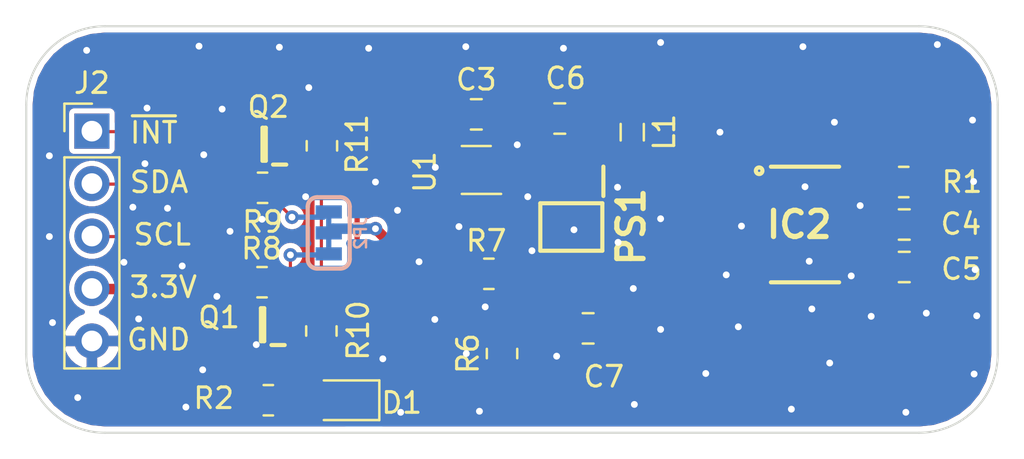
<source format=kicad_pcb>
(kicad_pcb (version 20171130) (host pcbnew "(5.1.8)-1")

  (general
    (thickness 1.6)
    (drawings 13)
    (tracks 215)
    (zones 0)
    (modules 22)
    (nets 23)
  )

  (page A4)
  (layers
    (0 F.Cu signal)
    (31 B.Cu signal)
    (32 B.Adhes user)
    (33 F.Adhes user)
    (34 B.Paste user)
    (35 F.Paste user)
    (36 B.SilkS user)
    (37 F.SilkS user)
    (38 B.Mask user)
    (39 F.Mask user)
    (40 Dwgs.User user)
    (41 Cmts.User user)
    (42 Eco1.User user)
    (43 Eco2.User user)
    (44 Edge.Cuts user)
    (45 Margin user)
    (46 B.CrtYd user)
    (47 F.CrtYd user)
    (48 B.Fab user hide)
    (49 F.Fab user hide)
  )

  (setup
    (last_trace_width 0.508)
    (user_trace_width 0.1524)
    (user_trace_width 0.1778)
    (user_trace_width 0.254)
    (user_trace_width 0.3048)
    (user_trace_width 0.381)
    (user_trace_width 0.508)
    (user_trace_width 0.635)
    (user_trace_width 0.889)
    (user_trace_width 1.016)
    (user_trace_width 1.27)
    (user_trace_width 1.905)
    (user_trace_width 2.54)
    (trace_clearance 0.2)
    (zone_clearance 0.254)
    (zone_45_only no)
    (trace_min 0.1)
    (via_size 0.8)
    (via_drill 0.4)
    (via_min_size 0.25)
    (via_min_drill 0.1)
    (user_via 0.304 0.1016)
    (user_via 0.6096 0.3048)
    (user_via 0.6604 0.3302)
    (user_via 0.889 0.381)
    (user_via 1.397 0.635)
    (uvia_size 0.3)
    (uvia_drill 0.1)
    (uvias_allowed no)
    (uvia_min_size 0.2)
    (uvia_min_drill 0.1)
    (edge_width 0.05)
    (segment_width 0.2)
    (pcb_text_width 0.3)
    (pcb_text_size 1.5 1.5)
    (mod_edge_width 0.12)
    (mod_text_size 1 1)
    (mod_text_width 0.15)
    (pad_size 1.524 1.524)
    (pad_drill 0.762)
    (pad_to_mask_clearance 0.051)
    (solder_mask_min_width 0.25)
    (aux_axis_origin 0 0)
    (visible_elements 7FFFFFFF)
    (pcbplotparams
      (layerselection 0x010fc_ffffffff)
      (usegerberextensions false)
      (usegerberattributes true)
      (usegerberadvancedattributes true)
      (creategerberjobfile true)
      (excludeedgelayer true)
      (linewidth 0.100000)
      (plotframeref false)
      (viasonmask false)
      (mode 1)
      (useauxorigin false)
      (hpglpennumber 1)
      (hpglpenspeed 20)
      (hpglpendiameter 15.000000)
      (psnegative false)
      (psa4output false)
      (plotreference true)
      (plotvalue true)
      (plotinvisibletext false)
      (padsonsilk false)
      (subtractmaskfromsilk false)
      (outputformat 1)
      (mirror false)
      (drillshape 1)
      (scaleselection 1)
      (outputdirectory ""))
  )

  (net 0 "")
  (net 1 GND)
  (net 2 +1V8)
  (net 3 +5V)
  (net 4 +3V3)
  (net 5 /~HR_INT)
  (net 6 /SNSR_SCL)
  (net 7 /SNSR_SDA)
  (net 8 "Net-(IC2-Pad1)")
  (net 9 "Net-(L1-Pad2)")
  (net 10 "Net-(PS1-Pad6)")
  (net 11 "Net-(PS1-Pad5)")
  (net 12 "Net-(U1-Pad2)")
  (net 13 /SCL)
  (net 14 /SDA)
  (net 15 "Net-(JP2-Pad1)")
  (net 16 "Net-(JP2-Pad3)")
  (net 17 "Net-(IC2-Pad14)")
  (net 18 "Net-(IC2-Pad8)")
  (net 19 "Net-(IC2-Pad7)")
  (net 20 "Net-(IC2-Pad6)")
  (net 21 "Net-(IC2-Pad5)")
  (net 22 "Net-(D1-Pad2)")

  (net_class Default "This is the default net class."
    (clearance 0.2)
    (trace_width 0.25)
    (via_dia 0.8)
    (via_drill 0.4)
    (uvia_dia 0.3)
    (uvia_drill 0.1)
    (add_net +1V8)
    (add_net +3V3)
    (add_net +5V)
    (add_net /SCL)
    (add_net /SDA)
    (add_net /SNSR_SCL)
    (add_net /SNSR_SDA)
    (add_net /~HR_INT)
    (add_net GND)
    (add_net "Net-(D1-Pad2)")
    (add_net "Net-(IC2-Pad1)")
    (add_net "Net-(IC2-Pad14)")
    (add_net "Net-(IC2-Pad5)")
    (add_net "Net-(IC2-Pad6)")
    (add_net "Net-(IC2-Pad7)")
    (add_net "Net-(IC2-Pad8)")
    (add_net "Net-(JP2-Pad1)")
    (add_net "Net-(JP2-Pad3)")
    (add_net "Net-(L1-Pad2)")
    (add_net "Net-(PS1-Pad5)")
    (add_net "Net-(PS1-Pad6)")
    (add_net "Net-(U1-Pad2)")
  )

  (module Resistor_SMD:R_0805_2012Metric (layer F.Cu) (tedit 5F68FEEE) (tstamp 5FCBFB6B)
    (at 73.9394 67.6402)
    (descr "Resistor SMD 0805 (2012 Metric), square (rectangular) end terminal, IPC_7351 nominal, (Body size source: IPC-SM-782 page 72, https://www.pcb-3d.com/wordpress/wp-content/uploads/ipc-sm-782a_amendment_1_and_2.pdf), generated with kicad-footprint-generator")
    (tags resistor)
    (path /5FD30504)
    (attr smd)
    (fp_text reference R2 (at -2.6416 -0.1016) (layer F.SilkS)
      (effects (font (size 1 1) (thickness 0.15)))
    )
    (fp_text value 330 (at 0 1.65) (layer F.Fab)
      (effects (font (size 1 1) (thickness 0.15)))
    )
    (fp_text user %R (at 0 0) (layer F.Fab)
      (effects (font (size 0.5 0.5) (thickness 0.08)))
    )
    (fp_line (start -1 0.625) (end -1 -0.625) (layer F.Fab) (width 0.1))
    (fp_line (start -1 -0.625) (end 1 -0.625) (layer F.Fab) (width 0.1))
    (fp_line (start 1 -0.625) (end 1 0.625) (layer F.Fab) (width 0.1))
    (fp_line (start 1 0.625) (end -1 0.625) (layer F.Fab) (width 0.1))
    (fp_line (start -0.227064 -0.735) (end 0.227064 -0.735) (layer F.SilkS) (width 0.12))
    (fp_line (start -0.227064 0.735) (end 0.227064 0.735) (layer F.SilkS) (width 0.12))
    (fp_line (start -1.68 0.95) (end -1.68 -0.95) (layer F.CrtYd) (width 0.05))
    (fp_line (start -1.68 -0.95) (end 1.68 -0.95) (layer F.CrtYd) (width 0.05))
    (fp_line (start 1.68 -0.95) (end 1.68 0.95) (layer F.CrtYd) (width 0.05))
    (fp_line (start 1.68 0.95) (end -1.68 0.95) (layer F.CrtYd) (width 0.05))
    (pad 2 smd roundrect (at 0.9125 0) (size 1.025 1.4) (layers F.Cu F.Paste F.Mask) (roundrect_rratio 0.243902)
      (net 22 "Net-(D1-Pad2)"))
    (pad 1 smd roundrect (at -0.9125 0) (size 1.025 1.4) (layers F.Cu F.Paste F.Mask) (roundrect_rratio 0.243902)
      (net 4 +3V3))
    (model ${KISYS3DMOD}/Resistor_SMD.3dshapes/R_0805_2012Metric.wrl
      (at (xyz 0 0 0))
      (scale (xyz 1 1 1))
      (rotate (xyz 0 0 0))
    )
  )

  (module LED_SMD:LED_0805_2012Metric (layer F.Cu) (tedit 5F68FEF1) (tstamp 5FCBFA0E)
    (at 77.6224 67.6402 180)
    (descr "LED SMD 0805 (2012 Metric), square (rectangular) end terminal, IPC_7351 nominal, (Body size source: https://docs.google.com/spreadsheets/d/1BsfQQcO9C6DZCsRaXUlFlo91Tg2WpOkGARC1WS5S8t0/edit?usp=sharing), generated with kicad-footprint-generator")
    (tags LED)
    (path /5FD30DF1)
    (attr smd)
    (fp_text reference D1 (at -2.7686 -0.127) (layer F.SilkS)
      (effects (font (size 1 1) (thickness 0.15)))
    )
    (fp_text value LED (at 0 1.65) (layer F.Fab)
      (effects (font (size 1 1) (thickness 0.15)))
    )
    (fp_text user %R (at 0 0) (layer F.Fab)
      (effects (font (size 0.5 0.5) (thickness 0.08)))
    )
    (fp_line (start 1 -0.6) (end -0.7 -0.6) (layer F.Fab) (width 0.1))
    (fp_line (start -0.7 -0.6) (end -1 -0.3) (layer F.Fab) (width 0.1))
    (fp_line (start -1 -0.3) (end -1 0.6) (layer F.Fab) (width 0.1))
    (fp_line (start -1 0.6) (end 1 0.6) (layer F.Fab) (width 0.1))
    (fp_line (start 1 0.6) (end 1 -0.6) (layer F.Fab) (width 0.1))
    (fp_line (start 1 -0.96) (end -1.685 -0.96) (layer F.SilkS) (width 0.12))
    (fp_line (start -1.685 -0.96) (end -1.685 0.96) (layer F.SilkS) (width 0.12))
    (fp_line (start -1.685 0.96) (end 1 0.96) (layer F.SilkS) (width 0.12))
    (fp_line (start -1.68 0.95) (end -1.68 -0.95) (layer F.CrtYd) (width 0.05))
    (fp_line (start -1.68 -0.95) (end 1.68 -0.95) (layer F.CrtYd) (width 0.05))
    (fp_line (start 1.68 -0.95) (end 1.68 0.95) (layer F.CrtYd) (width 0.05))
    (fp_line (start 1.68 0.95) (end -1.68 0.95) (layer F.CrtYd) (width 0.05))
    (pad 2 smd roundrect (at 0.9375 0 180) (size 0.975 1.4) (layers F.Cu F.Paste F.Mask) (roundrect_rratio 0.25)
      (net 22 "Net-(D1-Pad2)"))
    (pad 1 smd roundrect (at -0.9375 0 180) (size 0.975 1.4) (layers F.Cu F.Paste F.Mask) (roundrect_rratio 0.25)
      (net 1 GND))
    (model ${KISYS3DMOD}/LED_SMD.3dshapes/LED_0805_2012Metric.wrl
      (at (xyz 0 0 0))
      (scale (xyz 1 1 1))
      (rotate (xyz 0 0 0))
    )
  )

  (module Resistor_SMD:R_0805_2012Metric (layer F.Cu) (tedit 5F68FEEE) (tstamp 5FCBDAA5)
    (at 104.6734 57.0738 180)
    (descr "Resistor SMD 0805 (2012 Metric), square (rectangular) end terminal, IPC_7351 nominal, (Body size source: IPC-SM-782 page 72, https://www.pcb-3d.com/wordpress/wp-content/uploads/ipc-sm-782a_amendment_1_and_2.pdf), generated with kicad-footprint-generator")
    (tags resistor)
    (path /5FCC61F7)
    (attr smd)
    (fp_text reference R1 (at -2.8194 0) (layer F.SilkS)
      (effects (font (size 1 1) (thickness 0.15)))
    )
    (fp_text value 4.7k (at 0 1.65) (layer F.Fab)
      (effects (font (size 1 1) (thickness 0.15)))
    )
    (fp_text user %R (at 0 0) (layer F.Fab)
      (effects (font (size 0.5 0.5) (thickness 0.08)))
    )
    (fp_line (start -1 0.625) (end -1 -0.625) (layer F.Fab) (width 0.1))
    (fp_line (start -1 -0.625) (end 1 -0.625) (layer F.Fab) (width 0.1))
    (fp_line (start 1 -0.625) (end 1 0.625) (layer F.Fab) (width 0.1))
    (fp_line (start 1 0.625) (end -1 0.625) (layer F.Fab) (width 0.1))
    (fp_line (start -0.227064 -0.735) (end 0.227064 -0.735) (layer F.SilkS) (width 0.12))
    (fp_line (start -0.227064 0.735) (end 0.227064 0.735) (layer F.SilkS) (width 0.12))
    (fp_line (start -1.68 0.95) (end -1.68 -0.95) (layer F.CrtYd) (width 0.05))
    (fp_line (start -1.68 -0.95) (end 1.68 -0.95) (layer F.CrtYd) (width 0.05))
    (fp_line (start 1.68 -0.95) (end 1.68 0.95) (layer F.CrtYd) (width 0.05))
    (fp_line (start 1.68 0.95) (end -1.68 0.95) (layer F.CrtYd) (width 0.05))
    (pad 2 smd roundrect (at 0.9125 0 180) (size 1.025 1.4) (layers F.Cu F.Paste F.Mask) (roundrect_rratio 0.243902)
      (net 5 /~HR_INT))
    (pad 1 smd roundrect (at -0.9125 0 180) (size 1.025 1.4) (layers F.Cu F.Paste F.Mask) (roundrect_rratio 0.243902)
      (net 2 +1V8))
    (model ${KISYS3DMOD}/Resistor_SMD.3dshapes/R_0805_2012Metric.wrl
      (at (xyz 0 0 0))
      (scale (xyz 1 1 1))
      (rotate (xyz 0 0 0))
    )
  )

  (module Jumper:SMT-JUMPER_3_2-NC_TRACE_SILK (layer B.Cu) (tedit 0) (tstamp 5FCBCB71)
    (at 76.8604 59.5376 90)
    (path /5FDE2B46)
    (fp_text reference JP2 (at -0.0254 1.8796 270) (layer B.SilkS)
      (effects (font (size 0.57912 0.57912) (thickness 0.115824)) (justify bottom mirror))
    )
    (fp_text value "I2C Jumper" (at 0 -1.143 270) (layer B.Fab)
      (effects (font (size 0.57912 0.57912) (thickness 0.115824)) (justify top mirror))
    )
    (fp_arc (start 1.27 -0.5588) (end 1.27 -1.016) (angle 90) (layer B.SilkS) (width 0.2032))
    (fp_arc (start -1.27 -0.5588) (end -1.7272 -0.5588) (angle 90) (layer B.SilkS) (width 0.2032))
    (fp_arc (start -1.27 0.5588) (end -1.7272 0.5588) (angle -90) (layer B.SilkS) (width 0.2032))
    (fp_arc (start 1.27 0.5588) (end 1.27 1.016) (angle -90) (layer B.SilkS) (width 0.2032))
    (fp_line (start 1.27 -1.016) (end -1.27 -1.016) (layer B.SilkS) (width 0.2032))
    (fp_line (start 1.7272 -0.5588) (end 1.7272 0.5588) (layer B.SilkS) (width 0.2032))
    (fp_line (start -1.7272 -0.5588) (end -1.7272 0.5588) (layer B.SilkS) (width 0.2032))
    (fp_line (start -1.27 1.016) (end 1.27 1.016) (layer B.SilkS) (width 0.2032))
    (fp_poly (pts (xy -0.6985 0.127) (xy 0.6985 0.127) (xy 0.6985 -0.127) (xy -0.6985 -0.127)) (layer B.Mask) (width 0))
    (fp_poly (pts (xy 0.3048 -0.127) (xy 0.7112 -0.127) (xy 0.7112 0.127) (xy 0.3048 0.127)) (layer B.Cu) (width 0))
    (fp_poly (pts (xy -0.7112 -0.127) (xy -0.3048 -0.127) (xy -0.3048 0.127) (xy -0.7112 0.127)) (layer B.Cu) (width 0))
    (pad 3 smd rect (at 1.016 0 90) (size 0.635 1.27) (layers B.Cu B.Mask)
      (net 16 "Net-(JP2-Pad3)") (solder_mask_margin 0.1016))
    (pad 2 smd rect (at 0 0 90) (size 0.635 1.27) (layers B.Cu B.Mask)
      (net 4 +3V3) (solder_mask_margin 0.1016))
    (pad 1 smd rect (at -1.016 0 90) (size 0.635 1.27) (layers B.Cu B.Mask)
      (net 15 "Net-(JP2-Pad1)") (solder_mask_margin 0.1016))
  )

  (module Resistor_SMD:R_0805_2012Metric (layer F.Cu) (tedit 5F68FEEE) (tstamp 5FCBC4F7)
    (at 76.5302 55.3212 90)
    (descr "Resistor SMD 0805 (2012 Metric), square (rectangular) end terminal, IPC_7351 nominal, (Body size source: IPC-SM-782 page 72, https://www.pcb-3d.com/wordpress/wp-content/uploads/ipc-sm-782a_amendment_1_and_2.pdf), generated with kicad-footprint-generator")
    (tags resistor)
    (path /5FDC27AF)
    (attr smd)
    (fp_text reference R11 (at 0.0762 1.7018 90) (layer F.SilkS)
      (effects (font (size 1 1) (thickness 0.15)))
    )
    (fp_text value 2.2k (at 0 1.65 90) (layer F.Fab)
      (effects (font (size 1 1) (thickness 0.15)))
    )
    (fp_text user %R (at 0 0 90) (layer F.Fab)
      (effects (font (size 0.5 0.5) (thickness 0.08)))
    )
    (fp_line (start -1 0.625) (end -1 -0.625) (layer F.Fab) (width 0.1))
    (fp_line (start -1 -0.625) (end 1 -0.625) (layer F.Fab) (width 0.1))
    (fp_line (start 1 -0.625) (end 1 0.625) (layer F.Fab) (width 0.1))
    (fp_line (start 1 0.625) (end -1 0.625) (layer F.Fab) (width 0.1))
    (fp_line (start -0.227064 -0.735) (end 0.227064 -0.735) (layer F.SilkS) (width 0.12))
    (fp_line (start -0.227064 0.735) (end 0.227064 0.735) (layer F.SilkS) (width 0.12))
    (fp_line (start -1.68 0.95) (end -1.68 -0.95) (layer F.CrtYd) (width 0.05))
    (fp_line (start -1.68 -0.95) (end 1.68 -0.95) (layer F.CrtYd) (width 0.05))
    (fp_line (start 1.68 -0.95) (end 1.68 0.95) (layer F.CrtYd) (width 0.05))
    (fp_line (start 1.68 0.95) (end -1.68 0.95) (layer F.CrtYd) (width 0.05))
    (pad 2 smd roundrect (at 0.9125 0 90) (size 1.025 1.4) (layers F.Cu F.Paste F.Mask) (roundrect_rratio 0.243902)
      (net 7 /SNSR_SDA))
    (pad 1 smd roundrect (at -0.9125 0 90) (size 1.025 1.4) (layers F.Cu F.Paste F.Mask) (roundrect_rratio 0.243902)
      (net 2 +1V8))
    (model ${KISYS3DMOD}/Resistor_SMD.3dshapes/R_0805_2012Metric.wrl
      (at (xyz 0 0 0))
      (scale (xyz 1 1 1))
      (rotate (xyz 0 0 0))
    )
  )

  (module Resistor_SMD:R_0805_2012Metric (layer F.Cu) (tedit 5F68FEEE) (tstamp 5FCBC4E6)
    (at 76.5048 64.2874 90)
    (descr "Resistor SMD 0805 (2012 Metric), square (rectangular) end terminal, IPC_7351 nominal, (Body size source: IPC-SM-782 page 72, https://www.pcb-3d.com/wordpress/wp-content/uploads/ipc-sm-782a_amendment_1_and_2.pdf), generated with kicad-footprint-generator")
    (tags resistor)
    (path /5FE1DDE2)
    (attr smd)
    (fp_text reference R10 (at 0.0254 1.778 90) (layer F.SilkS)
      (effects (font (size 1 1) (thickness 0.15)))
    )
    (fp_text value 2.2k (at 0 1.65 90) (layer F.Fab)
      (effects (font (size 1 1) (thickness 0.15)))
    )
    (fp_text user %R (at 0 0 90) (layer F.Fab)
      (effects (font (size 0.5 0.5) (thickness 0.08)))
    )
    (fp_line (start -1 0.625) (end -1 -0.625) (layer F.Fab) (width 0.1))
    (fp_line (start -1 -0.625) (end 1 -0.625) (layer F.Fab) (width 0.1))
    (fp_line (start 1 -0.625) (end 1 0.625) (layer F.Fab) (width 0.1))
    (fp_line (start 1 0.625) (end -1 0.625) (layer F.Fab) (width 0.1))
    (fp_line (start -0.227064 -0.735) (end 0.227064 -0.735) (layer F.SilkS) (width 0.12))
    (fp_line (start -0.227064 0.735) (end 0.227064 0.735) (layer F.SilkS) (width 0.12))
    (fp_line (start -1.68 0.95) (end -1.68 -0.95) (layer F.CrtYd) (width 0.05))
    (fp_line (start -1.68 -0.95) (end 1.68 -0.95) (layer F.CrtYd) (width 0.05))
    (fp_line (start 1.68 -0.95) (end 1.68 0.95) (layer F.CrtYd) (width 0.05))
    (fp_line (start 1.68 0.95) (end -1.68 0.95) (layer F.CrtYd) (width 0.05))
    (pad 2 smd roundrect (at 0.9125 0 90) (size 1.025 1.4) (layers F.Cu F.Paste F.Mask) (roundrect_rratio 0.243902)
      (net 6 /SNSR_SCL))
    (pad 1 smd roundrect (at -0.9125 0 90) (size 1.025 1.4) (layers F.Cu F.Paste F.Mask) (roundrect_rratio 0.243902)
      (net 2 +1V8))
    (model ${KISYS3DMOD}/Resistor_SMD.3dshapes/R_0805_2012Metric.wrl
      (at (xyz 0 0 0))
      (scale (xyz 1 1 1))
      (rotate (xyz 0 0 0))
    )
  )

  (module Resistor_SMD:R_0805_2012Metric (layer F.Cu) (tedit 5F68FEEE) (tstamp 5FCBC4D5)
    (at 73.66 57.3532 180)
    (descr "Resistor SMD 0805 (2012 Metric), square (rectangular) end terminal, IPC_7351 nominal, (Body size source: IPC-SM-782 page 72, https://www.pcb-3d.com/wordpress/wp-content/uploads/ipc-sm-782a_amendment_1_and_2.pdf), generated with kicad-footprint-generator")
    (tags resistor)
    (path /5FDC5F1F)
    (attr smd)
    (fp_text reference R9 (at 0 -1.65) (layer F.SilkS)
      (effects (font (size 1 1) (thickness 0.15)))
    )
    (fp_text value 2.2k (at 0 1.65) (layer F.Fab)
      (effects (font (size 1 1) (thickness 0.15)))
    )
    (fp_text user %R (at 0 0) (layer F.Fab)
      (effects (font (size 0.5 0.5) (thickness 0.08)))
    )
    (fp_line (start -1 0.625) (end -1 -0.625) (layer F.Fab) (width 0.1))
    (fp_line (start -1 -0.625) (end 1 -0.625) (layer F.Fab) (width 0.1))
    (fp_line (start 1 -0.625) (end 1 0.625) (layer F.Fab) (width 0.1))
    (fp_line (start 1 0.625) (end -1 0.625) (layer F.Fab) (width 0.1))
    (fp_line (start -0.227064 -0.735) (end 0.227064 -0.735) (layer F.SilkS) (width 0.12))
    (fp_line (start -0.227064 0.735) (end 0.227064 0.735) (layer F.SilkS) (width 0.12))
    (fp_line (start -1.68 0.95) (end -1.68 -0.95) (layer F.CrtYd) (width 0.05))
    (fp_line (start -1.68 -0.95) (end 1.68 -0.95) (layer F.CrtYd) (width 0.05))
    (fp_line (start 1.68 -0.95) (end 1.68 0.95) (layer F.CrtYd) (width 0.05))
    (fp_line (start 1.68 0.95) (end -1.68 0.95) (layer F.CrtYd) (width 0.05))
    (pad 2 smd roundrect (at 0.9125 0 180) (size 1.025 1.4) (layers F.Cu F.Paste F.Mask) (roundrect_rratio 0.243902)
      (net 14 /SDA))
    (pad 1 smd roundrect (at -0.9125 0 180) (size 1.025 1.4) (layers F.Cu F.Paste F.Mask) (roundrect_rratio 0.243902)
      (net 16 "Net-(JP2-Pad3)"))
    (model ${KISYS3DMOD}/Resistor_SMD.3dshapes/R_0805_2012Metric.wrl
      (at (xyz 0 0 0))
      (scale (xyz 1 1 1))
      (rotate (xyz 0 0 0))
    )
  )

  (module Resistor_SMD:R_0805_2012Metric (layer F.Cu) (tedit 5F68FEEE) (tstamp 5FCBC4C4)
    (at 73.6346 61.9252 180)
    (descr "Resistor SMD 0805 (2012 Metric), square (rectangular) end terminal, IPC_7351 nominal, (Body size source: IPC-SM-782 page 72, https://www.pcb-3d.com/wordpress/wp-content/uploads/ipc-sm-782a_amendment_1_and_2.pdf), generated with kicad-footprint-generator")
    (tags resistor)
    (path /5FE1DDC7)
    (attr smd)
    (fp_text reference R8 (at 0.0254 1.6256) (layer F.SilkS)
      (effects (font (size 1 1) (thickness 0.15)))
    )
    (fp_text value 2.2k (at 0 1.65) (layer F.Fab)
      (effects (font (size 1 1) (thickness 0.15)))
    )
    (fp_text user %R (at 0 0) (layer F.Fab)
      (effects (font (size 0.5 0.5) (thickness 0.08)))
    )
    (fp_line (start -1 0.625) (end -1 -0.625) (layer F.Fab) (width 0.1))
    (fp_line (start -1 -0.625) (end 1 -0.625) (layer F.Fab) (width 0.1))
    (fp_line (start 1 -0.625) (end 1 0.625) (layer F.Fab) (width 0.1))
    (fp_line (start 1 0.625) (end -1 0.625) (layer F.Fab) (width 0.1))
    (fp_line (start -0.227064 -0.735) (end 0.227064 -0.735) (layer F.SilkS) (width 0.12))
    (fp_line (start -0.227064 0.735) (end 0.227064 0.735) (layer F.SilkS) (width 0.12))
    (fp_line (start -1.68 0.95) (end -1.68 -0.95) (layer F.CrtYd) (width 0.05))
    (fp_line (start -1.68 -0.95) (end 1.68 -0.95) (layer F.CrtYd) (width 0.05))
    (fp_line (start 1.68 -0.95) (end 1.68 0.95) (layer F.CrtYd) (width 0.05))
    (fp_line (start 1.68 0.95) (end -1.68 0.95) (layer F.CrtYd) (width 0.05))
    (pad 2 smd roundrect (at 0.9125 0 180) (size 1.025 1.4) (layers F.Cu F.Paste F.Mask) (roundrect_rratio 0.243902)
      (net 13 /SCL))
    (pad 1 smd roundrect (at -0.9125 0 180) (size 1.025 1.4) (layers F.Cu F.Paste F.Mask) (roundrect_rratio 0.243902)
      (net 15 "Net-(JP2-Pad1)"))
    (model ${KISYS3DMOD}/Resistor_SMD.3dshapes/R_0805_2012Metric.wrl
      (at (xyz 0 0 0))
      (scale (xyz 1 1 1))
      (rotate (xyz 0 0 0))
    )
  )

  (module SamacSys_Parts:SOTFL50P160X85-3N (layer F.Cu) (tedit 0) (tstamp 5FCBC413)
    (at 73.7362 55.245 180)
    (descr EMT3F_1)
    (tags "MOSFET (N-Channel)")
    (path /5FDC37C1)
    (attr smd)
    (fp_text reference Q2 (at -0.2032 1.8034) (layer F.SilkS)
      (effects (font (size 1 1) (thickness 0.15)))
    )
    (fp_text value RE1C001UNTCL (at 0 0) (layer F.Fab) hide
      (effects (font (size 1.27 1.27) (thickness 0.254)))
    )
    (fp_text user %R (at 0 0) (layer F.Fab)
      (effects (font (size 1.27 1.27) (thickness 0.254)))
    )
    (fp_line (start -1.22 -1) (end 1.22 -1) (layer F.CrtYd) (width 0.05))
    (fp_line (start 1.22 -1) (end 1.22 1) (layer F.CrtYd) (width 0.05))
    (fp_line (start 1.22 1) (end -1.22 1) (layer F.CrtYd) (width 0.05))
    (fp_line (start -1.22 1) (end -1.22 -1) (layer F.CrtYd) (width 0.05))
    (fp_line (start -0.43 -0.8) (end 0.43 -0.8) (layer F.Fab) (width 0.1))
    (fp_line (start 0.43 -0.8) (end 0.43 0.8) (layer F.Fab) (width 0.1))
    (fp_line (start 0.43 0.8) (end -0.43 0.8) (layer F.Fab) (width 0.1))
    (fp_line (start -0.43 0.8) (end -0.43 -0.8) (layer F.Fab) (width 0.1))
    (fp_line (start -0.43 -0.3) (end 0.07 -0.8) (layer F.Fab) (width 0.1))
    (fp_line (start -0.08 -0.8) (end 0.08 -0.8) (layer F.SilkS) (width 0.2))
    (fp_line (start 0.08 -0.8) (end 0.08 0.8) (layer F.SilkS) (width 0.2))
    (fp_line (start 0.08 0.8) (end -0.08 0.8) (layer F.SilkS) (width 0.2))
    (fp_line (start -0.08 0.8) (end -0.08 -0.8) (layer F.SilkS) (width 0.2))
    (fp_line (start -1.07 -0.985) (end -0.43 -0.985) (layer F.SilkS) (width 0.2))
    (pad 3 smd rect (at 0.75 0 270) (size 0.47 0.64) (layers F.Cu F.Paste F.Mask)
      (net 14 /SDA))
    (pad 2 smd rect (at -0.75 0.5 270) (size 0.47 0.64) (layers F.Cu F.Paste F.Mask)
      (net 7 /SNSR_SDA))
    (pad 1 smd rect (at -0.75 -0.5 270) (size 0.47 0.64) (layers F.Cu F.Paste F.Mask)
      (net 2 +1V8))
    (model "D:\\AveryW\\Assorted Programs\\KiCad\\SamacSys_Parts.3dshapes\\RE1C001UNTCL.stp"
      (at (xyz 0 0 0))
      (scale (xyz 1 1 1))
      (rotate (xyz 0 0 0))
    )
  )

  (module SamacSys_Parts:SOTFL50P160X85-3N (layer F.Cu) (tedit 0) (tstamp 5FCBC3FD)
    (at 73.66 63.9826 180)
    (descr EMT3F_1)
    (tags "MOSFET (N-Channel)")
    (path /5FCC0F21)
    (attr smd)
    (fp_text reference Q1 (at 2.1082 0.3556) (layer F.SilkS)
      (effects (font (size 1 1) (thickness 0.15)))
    )
    (fp_text value RE1C001UNTCL (at 0 0) (layer F.Fab) hide
      (effects (font (size 1.27 1.27) (thickness 0.254)))
    )
    (fp_text user %R (at 0 0) (layer F.Fab)
      (effects (font (size 1.27 1.27) (thickness 0.254)))
    )
    (fp_line (start -1.22 -1) (end 1.22 -1) (layer F.CrtYd) (width 0.05))
    (fp_line (start 1.22 -1) (end 1.22 1) (layer F.CrtYd) (width 0.05))
    (fp_line (start 1.22 1) (end -1.22 1) (layer F.CrtYd) (width 0.05))
    (fp_line (start -1.22 1) (end -1.22 -1) (layer F.CrtYd) (width 0.05))
    (fp_line (start -0.43 -0.8) (end 0.43 -0.8) (layer F.Fab) (width 0.1))
    (fp_line (start 0.43 -0.8) (end 0.43 0.8) (layer F.Fab) (width 0.1))
    (fp_line (start 0.43 0.8) (end -0.43 0.8) (layer F.Fab) (width 0.1))
    (fp_line (start -0.43 0.8) (end -0.43 -0.8) (layer F.Fab) (width 0.1))
    (fp_line (start -0.43 -0.3) (end 0.07 -0.8) (layer F.Fab) (width 0.1))
    (fp_line (start -0.08 -0.8) (end 0.08 -0.8) (layer F.SilkS) (width 0.2))
    (fp_line (start 0.08 -0.8) (end 0.08 0.8) (layer F.SilkS) (width 0.2))
    (fp_line (start 0.08 0.8) (end -0.08 0.8) (layer F.SilkS) (width 0.2))
    (fp_line (start -0.08 0.8) (end -0.08 -0.8) (layer F.SilkS) (width 0.2))
    (fp_line (start -1.07 -0.985) (end -0.43 -0.985) (layer F.SilkS) (width 0.2))
    (pad 3 smd rect (at 0.75 0 270) (size 0.47 0.64) (layers F.Cu F.Paste F.Mask)
      (net 13 /SCL))
    (pad 2 smd rect (at -0.75 0.5 270) (size 0.47 0.64) (layers F.Cu F.Paste F.Mask)
      (net 6 /SNSR_SCL))
    (pad 1 smd rect (at -0.75 -0.5 270) (size 0.47 0.64) (layers F.Cu F.Paste F.Mask)
      (net 2 +1V8))
    (model "D:\\AveryW\\Assorted Programs\\KiCad\\SamacSys_Parts.3dshapes\\RE1C001UNTCL.stp"
      (at (xyz 0 0 0))
      (scale (xyz 1 1 1))
      (rotate (xyz 0 0 0))
    )
  )

  (module Connector_PinHeader_2.54mm:PinHeader_1x05_P2.54mm_Vertical (layer F.Cu) (tedit 59FED5CC) (tstamp 5FCBE91B)
    (at 65.405 54.61)
    (descr "Through hole straight pin header, 1x05, 2.54mm pitch, single row")
    (tags "Through hole pin header THT 1x05 2.54mm single row")
    (path /5FD94390)
    (fp_text reference J2 (at 0 -2.33) (layer F.SilkS)
      (effects (font (size 1 1) (thickness 0.15)))
    )
    (fp_text value Conn_01x05 (at 0 12.49) (layer F.Fab)
      (effects (font (size 1 1) (thickness 0.15)))
    )
    (fp_line (start 1.8 -1.8) (end -1.8 -1.8) (layer F.CrtYd) (width 0.05))
    (fp_line (start 1.8 11.95) (end 1.8 -1.8) (layer F.CrtYd) (width 0.05))
    (fp_line (start -1.8 11.95) (end 1.8 11.95) (layer F.CrtYd) (width 0.05))
    (fp_line (start -1.8 -1.8) (end -1.8 11.95) (layer F.CrtYd) (width 0.05))
    (fp_line (start -1.33 -1.33) (end 0 -1.33) (layer F.SilkS) (width 0.12))
    (fp_line (start -1.33 0) (end -1.33 -1.33) (layer F.SilkS) (width 0.12))
    (fp_line (start -1.33 1.27) (end 1.33 1.27) (layer F.SilkS) (width 0.12))
    (fp_line (start 1.33 1.27) (end 1.33 11.49) (layer F.SilkS) (width 0.12))
    (fp_line (start -1.33 1.27) (end -1.33 11.49) (layer F.SilkS) (width 0.12))
    (fp_line (start -1.33 11.49) (end 1.33 11.49) (layer F.SilkS) (width 0.12))
    (fp_line (start -1.27 -0.635) (end -0.635 -1.27) (layer F.Fab) (width 0.1))
    (fp_line (start -1.27 11.43) (end -1.27 -0.635) (layer F.Fab) (width 0.1))
    (fp_line (start 1.27 11.43) (end -1.27 11.43) (layer F.Fab) (width 0.1))
    (fp_line (start 1.27 -1.27) (end 1.27 11.43) (layer F.Fab) (width 0.1))
    (fp_line (start -0.635 -1.27) (end 1.27 -1.27) (layer F.Fab) (width 0.1))
    (fp_text user %R (at 0 5.08 90) (layer F.Fab)
      (effects (font (size 1 1) (thickness 0.15)))
    )
    (pad 5 thru_hole oval (at 0 10.16) (size 1.7 1.7) (drill 1) (layers *.Cu *.Mask)
      (net 1 GND))
    (pad 4 thru_hole oval (at 0 7.62) (size 1.7 1.7) (drill 1) (layers *.Cu *.Mask)
      (net 4 +3V3))
    (pad 3 thru_hole oval (at 0 5.08) (size 1.7 1.7) (drill 1) (layers *.Cu *.Mask)
      (net 13 /SCL))
    (pad 2 thru_hole oval (at 0 2.54) (size 1.7 1.7) (drill 1) (layers *.Cu *.Mask)
      (net 14 /SDA))
    (pad 1 thru_hole rect (at 0 0) (size 1.7 1.7) (drill 1) (layers *.Cu *.Mask)
      (net 5 /~HR_INT))
    (model ${KISYS3DMOD}/Connector_PinHeader_2.54mm.3dshapes/PinHeader_1x05_P2.54mm_Vertical.wrl
      (offset (xyz 0 0 -1.5))
      (scale (xyz 1 1 1))
      (rotate (xyz 0 -180 0))
    )
  )

  (module Package_TO_SOT_SMD:SOT-353_SC-70-5 (layer F.Cu) (tedit 5A02FF57) (tstamp 5FCBE531)
    (at 83.9978 56.4896 180)
    (descr "SOT-353, SC-70-5")
    (tags "SOT-353 SC-70-5")
    (path /5FCC22DD)
    (attr smd)
    (fp_text reference U1 (at 2.4892 -0.1016 270) (layer F.SilkS)
      (effects (font (size 1 1) (thickness 0.15)))
    )
    (fp_text value SP6214 (at 0 2 180) (layer F.Fab)
      (effects (font (size 1 1) (thickness 0.15)))
    )
    (fp_line (start -0.175 -1.1) (end -0.675 -0.6) (layer F.Fab) (width 0.1))
    (fp_line (start 0.675 1.1) (end -0.675 1.1) (layer F.Fab) (width 0.1))
    (fp_line (start 0.675 -1.1) (end 0.675 1.1) (layer F.Fab) (width 0.1))
    (fp_line (start -1.6 1.4) (end 1.6 1.4) (layer F.CrtYd) (width 0.05))
    (fp_line (start -0.675 -0.6) (end -0.675 1.1) (layer F.Fab) (width 0.1))
    (fp_line (start 0.675 -1.1) (end -0.175 -1.1) (layer F.Fab) (width 0.1))
    (fp_line (start -1.6 -1.4) (end 1.6 -1.4) (layer F.CrtYd) (width 0.05))
    (fp_line (start -1.6 -1.4) (end -1.6 1.4) (layer F.CrtYd) (width 0.05))
    (fp_line (start 1.6 1.4) (end 1.6 -1.4) (layer F.CrtYd) (width 0.05))
    (fp_line (start -0.7 1.16) (end 0.7 1.16) (layer F.SilkS) (width 0.12))
    (fp_line (start 0.7 -1.16) (end -1.2 -1.16) (layer F.SilkS) (width 0.12))
    (fp_text user %R (at 0 0 90) (layer F.Fab)
      (effects (font (size 0.5 0.5) (thickness 0.075)))
    )
    (pad 5 smd rect (at 0.95 -0.65 180) (size 0.65 0.4) (layers F.Cu F.Paste F.Mask)
      (net 4 +3V3))
    (pad 4 smd rect (at 0.95 0.65 180) (size 0.65 0.4) (layers F.Cu F.Paste F.Mask)
      (net 2 +1V8))
    (pad 2 smd rect (at -0.95 0 180) (size 0.65 0.4) (layers F.Cu F.Paste F.Mask)
      (net 12 "Net-(U1-Pad2)"))
    (pad 3 smd rect (at -0.95 0.65 180) (size 0.65 0.4) (layers F.Cu F.Paste F.Mask)
      (net 1 GND))
    (pad 1 smd rect (at -0.95 -0.65 180) (size 0.65 0.4) (layers F.Cu F.Paste F.Mask)
      (net 4 +3V3))
    (model ${KISYS3DMOD}/Package_TO_SOT_SMD.3dshapes/SOT-353_SC-70-5.wrl
      (at (xyz 0 0 0))
      (scale (xyz 1 1 1))
      (rotate (xyz 0 0 0))
    )
  )

  (module Resistor_SMD:R_0805_2012Metric (layer F.Cu) (tedit 5F68FEEE) (tstamp 5FCBE51C)
    (at 84.6074 61.5188 180)
    (descr "Resistor SMD 0805 (2012 Metric), square (rectangular) end terminal, IPC_7351 nominal, (Body size source: IPC-SM-782 page 72, https://www.pcb-3d.com/wordpress/wp-content/uploads/ipc-sm-782a_amendment_1_and_2.pdf), generated with kicad-footprint-generator")
    (tags resistor)
    (path /5FCDA9FD)
    (attr smd)
    (fp_text reference R7 (at 0.127 1.6002) (layer F.SilkS)
      (effects (font (size 1 1) (thickness 0.15)))
    )
    (fp_text value 100k (at 0 1.65) (layer F.Fab)
      (effects (font (size 1 1) (thickness 0.15)))
    )
    (fp_line (start 1.68 0.95) (end -1.68 0.95) (layer F.CrtYd) (width 0.05))
    (fp_line (start 1.68 -0.95) (end 1.68 0.95) (layer F.CrtYd) (width 0.05))
    (fp_line (start -1.68 -0.95) (end 1.68 -0.95) (layer F.CrtYd) (width 0.05))
    (fp_line (start -1.68 0.95) (end -1.68 -0.95) (layer F.CrtYd) (width 0.05))
    (fp_line (start -0.227064 0.735) (end 0.227064 0.735) (layer F.SilkS) (width 0.12))
    (fp_line (start -0.227064 -0.735) (end 0.227064 -0.735) (layer F.SilkS) (width 0.12))
    (fp_line (start 1 0.625) (end -1 0.625) (layer F.Fab) (width 0.1))
    (fp_line (start 1 -0.625) (end 1 0.625) (layer F.Fab) (width 0.1))
    (fp_line (start -1 -0.625) (end 1 -0.625) (layer F.Fab) (width 0.1))
    (fp_line (start -1 0.625) (end -1 -0.625) (layer F.Fab) (width 0.1))
    (fp_text user %R (at 0 0) (layer F.Fab)
      (effects (font (size 0.5 0.5) (thickness 0.08)))
    )
    (pad 2 smd roundrect (at 0.9125 0 180) (size 1.025 1.4) (layers F.Cu F.Paste F.Mask) (roundrect_rratio 0.243902)
      (net 1 GND))
    (pad 1 smd roundrect (at -0.9125 0 180) (size 1.025 1.4) (layers F.Cu F.Paste F.Mask) (roundrect_rratio 0.243902)
      (net 11 "Net-(PS1-Pad5)"))
    (model ${KISYS3DMOD}/Resistor_SMD.3dshapes/R_0805_2012Metric.wrl
      (at (xyz 0 0 0))
      (scale (xyz 1 1 1))
      (rotate (xyz 0 0 0))
    )
  )

  (module Resistor_SMD:R_0805_2012Metric (layer F.Cu) (tedit 5F68FEEE) (tstamp 5FCBE50B)
    (at 85.2424 65.3796 90)
    (descr "Resistor SMD 0805 (2012 Metric), square (rectangular) end terminal, IPC_7351 nominal, (Body size source: IPC-SM-782 page 72, https://www.pcb-3d.com/wordpress/wp-content/uploads/ipc-sm-782a_amendment_1_and_2.pdf), generated with kicad-footprint-generator")
    (tags resistor)
    (path /5FCDB1CB)
    (attr smd)
    (fp_text reference R6 (at 0 -1.65 90) (layer F.SilkS)
      (effects (font (size 1 1) (thickness 0.15)))
    )
    (fp_text value 750k (at 0 1.65 90) (layer F.Fab)
      (effects (font (size 1 1) (thickness 0.15)))
    )
    (fp_line (start 1.68 0.95) (end -1.68 0.95) (layer F.CrtYd) (width 0.05))
    (fp_line (start 1.68 -0.95) (end 1.68 0.95) (layer F.CrtYd) (width 0.05))
    (fp_line (start -1.68 -0.95) (end 1.68 -0.95) (layer F.CrtYd) (width 0.05))
    (fp_line (start -1.68 0.95) (end -1.68 -0.95) (layer F.CrtYd) (width 0.05))
    (fp_line (start -0.227064 0.735) (end 0.227064 0.735) (layer F.SilkS) (width 0.12))
    (fp_line (start -0.227064 -0.735) (end 0.227064 -0.735) (layer F.SilkS) (width 0.12))
    (fp_line (start 1 0.625) (end -1 0.625) (layer F.Fab) (width 0.1))
    (fp_line (start 1 -0.625) (end 1 0.625) (layer F.Fab) (width 0.1))
    (fp_line (start -1 -0.625) (end 1 -0.625) (layer F.Fab) (width 0.1))
    (fp_line (start -1 0.625) (end -1 -0.625) (layer F.Fab) (width 0.1))
    (fp_text user %R (at 0 0 90) (layer F.Fab)
      (effects (font (size 0.5 0.5) (thickness 0.08)))
    )
    (pad 2 smd roundrect (at 0.9125 0 90) (size 1.025 1.4) (layers F.Cu F.Paste F.Mask) (roundrect_rratio 0.243902)
      (net 11 "Net-(PS1-Pad5)"))
    (pad 1 smd roundrect (at -0.9125 0 90) (size 1.025 1.4) (layers F.Cu F.Paste F.Mask) (roundrect_rratio 0.243902)
      (net 3 +5V))
    (model ${KISYS3DMOD}/Resistor_SMD.3dshapes/R_0805_2012Metric.wrl
      (at (xyz 0 0 0))
      (scale (xyz 1 1 1))
      (rotate (xyz 0 0 0))
    )
  )

  (module SamacSys_Parts:SOP65P490X110-8N (layer F.Cu) (tedit 0) (tstamp 5FCBE4C7)
    (at 88.5948 59.2514 270)
    (descr MSOP-8_1)
    (tags "Power Supply")
    (path /5FCBC69B)
    (attr smd)
    (fp_text reference PS1 (at -0.0186 -2.896 90) (layer F.SilkS)
      (effects (font (size 1.27 1.27) (thickness 0.254)))
    )
    (fp_text value PAM2401SCADJ (at 0 0 90) (layer F.Fab) hide
      (effects (font (size 1.27 1.27) (thickness 0.254)))
    )
    (fp_line (start -2.925 -1.55) (end -1.5 -1.55) (layer F.SilkS) (width 0.2))
    (fp_line (start -1.15 1.5) (end -1.15 -1.5) (layer F.SilkS) (width 0.2))
    (fp_line (start 1.15 1.5) (end -1.15 1.5) (layer F.SilkS) (width 0.2))
    (fp_line (start 1.15 -1.5) (end 1.15 1.5) (layer F.SilkS) (width 0.2))
    (fp_line (start -1.15 -1.5) (end 1.15 -1.5) (layer F.SilkS) (width 0.2))
    (fp_line (start -1.5 -0.85) (end -0.85 -1.5) (layer F.Fab) (width 0.1))
    (fp_line (start -1.5 1.5) (end -1.5 -1.5) (layer F.Fab) (width 0.1))
    (fp_line (start 1.5 1.5) (end -1.5 1.5) (layer F.Fab) (width 0.1))
    (fp_line (start 1.5 -1.5) (end 1.5 1.5) (layer F.Fab) (width 0.1))
    (fp_line (start -1.5 -1.5) (end 1.5 -1.5) (layer F.Fab) (width 0.1))
    (fp_line (start -3.175 1.8) (end -3.175 -1.8) (layer F.CrtYd) (width 0.05))
    (fp_line (start 3.175 1.8) (end -3.175 1.8) (layer F.CrtYd) (width 0.05))
    (fp_line (start 3.175 -1.8) (end 3.175 1.8) (layer F.CrtYd) (width 0.05))
    (fp_line (start -3.175 -1.8) (end 3.175 -1.8) (layer F.CrtYd) (width 0.05))
    (fp_text user %R (at 0 0 90) (layer F.Fab)
      (effects (font (size 1.27 1.27) (thickness 0.254)))
    )
    (pad 8 smd rect (at 2.212 -0.975) (size 0.45 1.425) (layers F.Cu F.Paste F.Mask)
      (net 1 GND))
    (pad 7 smd rect (at 2.212 -0.325) (size 0.45 1.425) (layers F.Cu F.Paste F.Mask)
      (net 3 +5V))
    (pad 6 smd rect (at 2.212 0.325) (size 0.45 1.425) (layers F.Cu F.Paste F.Mask)
      (net 10 "Net-(PS1-Pad6)"))
    (pad 5 smd rect (at 2.212 0.975) (size 0.45 1.425) (layers F.Cu F.Paste F.Mask)
      (net 11 "Net-(PS1-Pad5)"))
    (pad 4 smd rect (at -2.212 0.975) (size 0.45 1.425) (layers F.Cu F.Paste F.Mask)
      (net 1 GND))
    (pad 3 smd rect (at -2.212 0.325) (size 0.45 1.425) (layers F.Cu F.Paste F.Mask)
      (net 4 +3V3))
    (pad 2 smd rect (at -2.212 -0.325) (size 0.45 1.425) (layers F.Cu F.Paste F.Mask)
      (net 4 +3V3))
    (pad 1 smd rect (at -2.212 -0.975) (size 0.45 1.425) (layers F.Cu F.Paste F.Mask)
      (net 9 "Net-(L1-Pad2)"))
    (model "D:\\AveryW\\Assorted Programs\\KiCad\\SamacSys_Parts.3dshapes\\PAM2401SCADJ.stp"
      (at (xyz 0 0 0))
      (scale (xyz 1 1 1))
      (rotate (xyz 0 0 0))
    )
  )

  (module Inductor_SMD:L_0805_2012Metric (layer F.Cu) (tedit 5F68FEF0) (tstamp 5FCBE4AC)
    (at 91.5416 54.6608 270)
    (descr "Inductor SMD 0805 (2012 Metric), square (rectangular) end terminal, IPC_7351 nominal, (Body size source: IPC-SM-782 page 80, https://www.pcb-3d.com/wordpress/wp-content/uploads/ipc-sm-782a_amendment_1_and_2.pdf), generated with kicad-footprint-generator")
    (tags inductor)
    (path /5FCD8F72)
    (attr smd)
    (fp_text reference L1 (at 0 -1.55 90) (layer F.SilkS)
      (effects (font (size 1 1) (thickness 0.15)))
    )
    (fp_text value 2.2uH (at 0 1.55 90) (layer F.Fab)
      (effects (font (size 1 1) (thickness 0.15)))
    )
    (fp_line (start 1.75 0.85) (end -1.75 0.85) (layer F.CrtYd) (width 0.05))
    (fp_line (start 1.75 -0.85) (end 1.75 0.85) (layer F.CrtYd) (width 0.05))
    (fp_line (start -1.75 -0.85) (end 1.75 -0.85) (layer F.CrtYd) (width 0.05))
    (fp_line (start -1.75 0.85) (end -1.75 -0.85) (layer F.CrtYd) (width 0.05))
    (fp_line (start -0.399622 0.56) (end 0.399622 0.56) (layer F.SilkS) (width 0.12))
    (fp_line (start -0.399622 -0.56) (end 0.399622 -0.56) (layer F.SilkS) (width 0.12))
    (fp_line (start 1 0.45) (end -1 0.45) (layer F.Fab) (width 0.1))
    (fp_line (start 1 -0.45) (end 1 0.45) (layer F.Fab) (width 0.1))
    (fp_line (start -1 -0.45) (end 1 -0.45) (layer F.Fab) (width 0.1))
    (fp_line (start -1 0.45) (end -1 -0.45) (layer F.Fab) (width 0.1))
    (fp_text user %R (at 0 0 90) (layer F.Fab)
      (effects (font (size 0.5 0.5) (thickness 0.08)))
    )
    (pad 2 smd roundrect (at 1.0625 0 270) (size 0.875 1.2) (layers F.Cu F.Paste F.Mask) (roundrect_rratio 0.25)
      (net 9 "Net-(L1-Pad2)"))
    (pad 1 smd roundrect (at -1.0625 0 270) (size 0.875 1.2) (layers F.Cu F.Paste F.Mask) (roundrect_rratio 0.25)
      (net 4 +3V3))
    (model ${KISYS3DMOD}/Inductor_SMD.3dshapes/L_0805_2012Metric.wrl
      (at (xyz 0 0 0))
      (scale (xyz 1 1 1))
      (rotate (xyz 0 0 0))
    )
  )

  (module SamacSys_Parts:14-LEAD-OESIP (layer F.Cu) (tedit 0) (tstamp 5FCBE49B)
    (at 99.8982 59.1312)
    (descr 14-Lead-OESIP)
    (tags "Integrated Circuit")
    (path /5FCBBBF6)
    (attr smd)
    (fp_text reference IC2 (at -0.284 0.006) (layer F.SilkS)
      (effects (font (size 1.27 1.27) (thickness 0.254)))
    )
    (fp_text value MAX30101EFD+ (at -0.284 0.006) (layer F.Fab) hide
      (effects (font (size 1.27 1.27) (thickness 0.254)))
    )
    (fp_circle (center -2.219 -2.603) (end -2.219 -2.54333) (layer F.SilkS) (width 0.2))
    (fp_line (start 1.65 2.8) (end -1.65 2.8) (layer F.SilkS) (width 0.2))
    (fp_line (start -1.65 -2.8) (end 1.65 -2.8) (layer F.SilkS) (width 0.2))
    (fp_line (start -1.65 2.8) (end -1.65 -2.8) (layer F.Fab) (width 0.2))
    (fp_line (start 1.65 2.8) (end -1.65 2.8) (layer F.Fab) (width 0.2))
    (fp_line (start 1.65 -2.8) (end 1.65 2.8) (layer F.Fab) (width 0.2))
    (fp_line (start -1.65 -2.8) (end 1.65 -2.8) (layer F.Fab) (width 0.2))
    (fp_text user %R (at -0.284 0.006) (layer F.Fab)
      (effects (font (size 1.27 1.27) (thickness 0.254)))
    )
    (pad 14 smd rect (at 1.2 -2.4 90) (size 0.35 0.75) (layers F.Cu F.Paste F.Mask)
      (net 17 "Net-(IC2-Pad14)"))
    (pad 13 smd rect (at 1.2 -1.6 90) (size 0.35 0.75) (layers F.Cu F.Paste F.Mask)
      (net 5 /~HR_INT))
    (pad 12 smd rect (at 1.2 -0.8 90) (size 0.35 0.75) (layers F.Cu F.Paste F.Mask)
      (net 1 GND))
    (pad 11 smd rect (at 1.2 0 90) (size 0.35 0.75) (layers F.Cu F.Paste F.Mask)
      (net 2 +1V8))
    (pad 10 smd rect (at 1.2 0.8 90) (size 0.35 0.75) (layers F.Cu F.Paste F.Mask)
      (net 3 +5V))
    (pad 9 smd rect (at 1.2 1.6 90) (size 0.35 0.75) (layers F.Cu F.Paste F.Mask)
      (net 3 +5V))
    (pad 8 smd rect (at 1.2 2.4 90) (size 0.35 0.75) (layers F.Cu F.Paste F.Mask)
      (net 18 "Net-(IC2-Pad8)"))
    (pad 7 smd rect (at -1.2 2.4 90) (size 0.35 0.75) (layers F.Cu F.Paste F.Mask)
      (net 19 "Net-(IC2-Pad7)"))
    (pad 6 smd rect (at -1.2 1.6 90) (size 0.35 0.75) (layers F.Cu F.Paste F.Mask)
      (net 20 "Net-(IC2-Pad6)"))
    (pad 5 smd rect (at -1.2 0.8 90) (size 0.35 0.75) (layers F.Cu F.Paste F.Mask)
      (net 21 "Net-(IC2-Pad5)"))
    (pad 4 smd rect (at -1.2 0 90) (size 0.35 0.75) (layers F.Cu F.Paste F.Mask)
      (net 1 GND))
    (pad 3 smd rect (at -1.2 -0.8 90) (size 0.35 0.75) (layers F.Cu F.Paste F.Mask)
      (net 7 /SNSR_SDA))
    (pad 2 smd rect (at -1.2 -1.6 90) (size 0.35 0.75) (layers F.Cu F.Paste F.Mask)
      (net 6 /SNSR_SCL))
    (pad 1 smd rect (at -1.2 -2.4 90) (size 0.35 0.75) (layers F.Cu F.Paste F.Mask)
      (net 8 "Net-(IC2-Pad1)"))
    (model ${KISYS3DMOD}/Package_LGA.3dshapes/LGA-14_3x5mm_P0.8mm_LayoutBorder1x6y.step
      (at (xyz 0 0 0))
      (scale (xyz 1 1 1))
      (rotate (xyz 0 0 0))
    )
  )

  (module Capacitor_SMD:C_0805_2012Metric (layer F.Cu) (tedit 5F68FEEE) (tstamp 5FCBE481)
    (at 89.408 64.1604)
    (descr "Capacitor SMD 0805 (2012 Metric), square (rectangular) end terminal, IPC_7351 nominal, (Body size source: IPC-SM-782 page 76, https://www.pcb-3d.com/wordpress/wp-content/uploads/ipc-sm-782a_amendment_1_and_2.pdf, https://docs.google.com/spreadsheets/d/1BsfQQcO9C6DZCsRaXUlFlo91Tg2WpOkGARC1WS5S8t0/edit?usp=sharing), generated with kicad-footprint-generator")
    (tags capacitor)
    (path /5FCDA50A)
    (attr smd)
    (fp_text reference C7 (at 0.762 2.3368) (layer F.SilkS)
      (effects (font (size 1 1) (thickness 0.15)))
    )
    (fp_text value 22uF (at 0 1.68) (layer F.Fab)
      (effects (font (size 1 1) (thickness 0.15)))
    )
    (fp_line (start 1.7 0.98) (end -1.7 0.98) (layer F.CrtYd) (width 0.05))
    (fp_line (start 1.7 -0.98) (end 1.7 0.98) (layer F.CrtYd) (width 0.05))
    (fp_line (start -1.7 -0.98) (end 1.7 -0.98) (layer F.CrtYd) (width 0.05))
    (fp_line (start -1.7 0.98) (end -1.7 -0.98) (layer F.CrtYd) (width 0.05))
    (fp_line (start -0.261252 0.735) (end 0.261252 0.735) (layer F.SilkS) (width 0.12))
    (fp_line (start -0.261252 -0.735) (end 0.261252 -0.735) (layer F.SilkS) (width 0.12))
    (fp_line (start 1 0.625) (end -1 0.625) (layer F.Fab) (width 0.1))
    (fp_line (start 1 -0.625) (end 1 0.625) (layer F.Fab) (width 0.1))
    (fp_line (start -1 -0.625) (end 1 -0.625) (layer F.Fab) (width 0.1))
    (fp_line (start -1 0.625) (end -1 -0.625) (layer F.Fab) (width 0.1))
    (fp_text user %R (at 0 0) (layer F.Fab)
      (effects (font (size 0.5 0.5) (thickness 0.08)))
    )
    (pad 2 smd roundrect (at 0.95 0) (size 1 1.45) (layers F.Cu F.Paste F.Mask) (roundrect_rratio 0.25)
      (net 1 GND))
    (pad 1 smd roundrect (at -0.95 0) (size 1 1.45) (layers F.Cu F.Paste F.Mask) (roundrect_rratio 0.25)
      (net 3 +5V))
    (model ${KISYS3DMOD}/Capacitor_SMD.3dshapes/C_0805_2012Metric.wrl
      (at (xyz 0 0 0))
      (scale (xyz 1 1 1))
      (rotate (xyz 0 0 0))
    )
  )

  (module Capacitor_SMD:C_0805_2012Metric (layer F.Cu) (tedit 5F68FEEE) (tstamp 5FCBE470)
    (at 88.0364 54.0004 180)
    (descr "Capacitor SMD 0805 (2012 Metric), square (rectangular) end terminal, IPC_7351 nominal, (Body size source: IPC-SM-782 page 76, https://www.pcb-3d.com/wordpress/wp-content/uploads/ipc-sm-782a_amendment_1_and_2.pdf, https://docs.google.com/spreadsheets/d/1BsfQQcO9C6DZCsRaXUlFlo91Tg2WpOkGARC1WS5S8t0/edit?usp=sharing), generated with kicad-footprint-generator")
    (tags capacitor)
    (path /5FCD9F46)
    (attr smd)
    (fp_text reference C6 (at -0.2794 1.9558) (layer F.SilkS)
      (effects (font (size 1 1) (thickness 0.15)))
    )
    (fp_text value 10uF (at 0 1.68) (layer F.Fab)
      (effects (font (size 1 1) (thickness 0.15)))
    )
    (fp_line (start 1.7 0.98) (end -1.7 0.98) (layer F.CrtYd) (width 0.05))
    (fp_line (start 1.7 -0.98) (end 1.7 0.98) (layer F.CrtYd) (width 0.05))
    (fp_line (start -1.7 -0.98) (end 1.7 -0.98) (layer F.CrtYd) (width 0.05))
    (fp_line (start -1.7 0.98) (end -1.7 -0.98) (layer F.CrtYd) (width 0.05))
    (fp_line (start -0.261252 0.735) (end 0.261252 0.735) (layer F.SilkS) (width 0.12))
    (fp_line (start -0.261252 -0.735) (end 0.261252 -0.735) (layer F.SilkS) (width 0.12))
    (fp_line (start 1 0.625) (end -1 0.625) (layer F.Fab) (width 0.1))
    (fp_line (start 1 -0.625) (end 1 0.625) (layer F.Fab) (width 0.1))
    (fp_line (start -1 -0.625) (end 1 -0.625) (layer F.Fab) (width 0.1))
    (fp_line (start -1 0.625) (end -1 -0.625) (layer F.Fab) (width 0.1))
    (fp_text user %R (at 0 0) (layer F.Fab)
      (effects (font (size 0.5 0.5) (thickness 0.08)))
    )
    (pad 2 smd roundrect (at 0.95 0 180) (size 1 1.45) (layers F.Cu F.Paste F.Mask) (roundrect_rratio 0.25)
      (net 1 GND))
    (pad 1 smd roundrect (at -0.95 0 180) (size 1 1.45) (layers F.Cu F.Paste F.Mask) (roundrect_rratio 0.25)
      (net 4 +3V3))
    (model ${KISYS3DMOD}/Capacitor_SMD.3dshapes/C_0805_2012Metric.wrl
      (at (xyz 0 0 0))
      (scale (xyz 1 1 1))
      (rotate (xyz 0 0 0))
    )
  )

  (module Capacitor_SMD:C_0805_2012Metric (layer F.Cu) (tedit 5F68FEEE) (tstamp 5FCBE45F)
    (at 104.6988 61.1886)
    (descr "Capacitor SMD 0805 (2012 Metric), square (rectangular) end terminal, IPC_7351 nominal, (Body size source: IPC-SM-782 page 76, https://www.pcb-3d.com/wordpress/wp-content/uploads/ipc-sm-782a_amendment_1_and_2.pdf, https://docs.google.com/spreadsheets/d/1BsfQQcO9C6DZCsRaXUlFlo91Tg2WpOkGARC1WS5S8t0/edit?usp=sharing), generated with kicad-footprint-generator")
    (tags capacitor)
    (path /5FCC6919)
    (attr smd)
    (fp_text reference C5 (at 2.7686 0.1016) (layer F.SilkS)
      (effects (font (size 1 1) (thickness 0.15)))
    )
    (fp_text value 10uF (at 0 1.68) (layer F.Fab)
      (effects (font (size 1 1) (thickness 0.15)))
    )
    (fp_line (start 1.7 0.98) (end -1.7 0.98) (layer F.CrtYd) (width 0.05))
    (fp_line (start 1.7 -0.98) (end 1.7 0.98) (layer F.CrtYd) (width 0.05))
    (fp_line (start -1.7 -0.98) (end 1.7 -0.98) (layer F.CrtYd) (width 0.05))
    (fp_line (start -1.7 0.98) (end -1.7 -0.98) (layer F.CrtYd) (width 0.05))
    (fp_line (start -0.261252 0.735) (end 0.261252 0.735) (layer F.SilkS) (width 0.12))
    (fp_line (start -0.261252 -0.735) (end 0.261252 -0.735) (layer F.SilkS) (width 0.12))
    (fp_line (start 1 0.625) (end -1 0.625) (layer F.Fab) (width 0.1))
    (fp_line (start 1 -0.625) (end 1 0.625) (layer F.Fab) (width 0.1))
    (fp_line (start -1 -0.625) (end 1 -0.625) (layer F.Fab) (width 0.1))
    (fp_line (start -1 0.625) (end -1 -0.625) (layer F.Fab) (width 0.1))
    (fp_text user %R (at 0 0) (layer F.Fab)
      (effects (font (size 0.5 0.5) (thickness 0.08)))
    )
    (pad 2 smd roundrect (at 0.95 0) (size 1 1.45) (layers F.Cu F.Paste F.Mask) (roundrect_rratio 0.25)
      (net 1 GND))
    (pad 1 smd roundrect (at -0.95 0) (size 1 1.45) (layers F.Cu F.Paste F.Mask) (roundrect_rratio 0.25)
      (net 3 +5V))
    (model ${KISYS3DMOD}/Capacitor_SMD.3dshapes/C_0805_2012Metric.wrl
      (at (xyz 0 0 0))
      (scale (xyz 1 1 1))
      (rotate (xyz 0 0 0))
    )
  )

  (module Capacitor_SMD:C_0805_2012Metric (layer F.Cu) (tedit 5F68FEEE) (tstamp 5FCBE44E)
    (at 104.6988 59.1312)
    (descr "Capacitor SMD 0805 (2012 Metric), square (rectangular) end terminal, IPC_7351 nominal, (Body size source: IPC-SM-782 page 76, https://www.pcb-3d.com/wordpress/wp-content/uploads/ipc-sm-782a_amendment_1_and_2.pdf, https://docs.google.com/spreadsheets/d/1BsfQQcO9C6DZCsRaXUlFlo91Tg2WpOkGARC1WS5S8t0/edit?usp=sharing), generated with kicad-footprint-generator")
    (tags capacitor)
    (path /5FCC5A31)
    (attr smd)
    (fp_text reference C4 (at 2.7432 -0.0254) (layer F.SilkS)
      (effects (font (size 1 1) (thickness 0.15)))
    )
    (fp_text value 0.1uF (at 0 1.68) (layer F.Fab)
      (effects (font (size 1 1) (thickness 0.15)))
    )
    (fp_line (start 1.7 0.98) (end -1.7 0.98) (layer F.CrtYd) (width 0.05))
    (fp_line (start 1.7 -0.98) (end 1.7 0.98) (layer F.CrtYd) (width 0.05))
    (fp_line (start -1.7 -0.98) (end 1.7 -0.98) (layer F.CrtYd) (width 0.05))
    (fp_line (start -1.7 0.98) (end -1.7 -0.98) (layer F.CrtYd) (width 0.05))
    (fp_line (start -0.261252 0.735) (end 0.261252 0.735) (layer F.SilkS) (width 0.12))
    (fp_line (start -0.261252 -0.735) (end 0.261252 -0.735) (layer F.SilkS) (width 0.12))
    (fp_line (start 1 0.625) (end -1 0.625) (layer F.Fab) (width 0.1))
    (fp_line (start 1 -0.625) (end 1 0.625) (layer F.Fab) (width 0.1))
    (fp_line (start -1 -0.625) (end 1 -0.625) (layer F.Fab) (width 0.1))
    (fp_line (start -1 0.625) (end -1 -0.625) (layer F.Fab) (width 0.1))
    (fp_text user %R (at 0 0) (layer F.Fab)
      (effects (font (size 0.5 0.5) (thickness 0.08)))
    )
    (pad 2 smd roundrect (at 0.95 0) (size 1 1.45) (layers F.Cu F.Paste F.Mask) (roundrect_rratio 0.25)
      (net 1 GND))
    (pad 1 smd roundrect (at -0.95 0) (size 1 1.45) (layers F.Cu F.Paste F.Mask) (roundrect_rratio 0.25)
      (net 2 +1V8))
    (model ${KISYS3DMOD}/Capacitor_SMD.3dshapes/C_0805_2012Metric.wrl
      (at (xyz 0 0 0))
      (scale (xyz 1 1 1))
      (rotate (xyz 0 0 0))
    )
  )

  (module Capacitor_SMD:C_0805_2012Metric (layer F.Cu) (tedit 5F68FEEE) (tstamp 5FCBE43D)
    (at 83.9978 53.7972)
    (descr "Capacitor SMD 0805 (2012 Metric), square (rectangular) end terminal, IPC_7351 nominal, (Body size source: IPC-SM-782 page 76, https://www.pcb-3d.com/wordpress/wp-content/uploads/ipc-sm-782a_amendment_1_and_2.pdf, https://docs.google.com/spreadsheets/d/1BsfQQcO9C6DZCsRaXUlFlo91Tg2WpOkGARC1WS5S8t0/edit?usp=sharing), generated with kicad-footprint-generator")
    (tags capacitor)
    (path /5FCF7557)
    (attr smd)
    (fp_text reference C3 (at 0 -1.68) (layer F.SilkS)
      (effects (font (size 1 1) (thickness 0.15)))
    )
    (fp_text value 1.0uF (at 0 1.68) (layer F.Fab)
      (effects (font (size 1 1) (thickness 0.15)))
    )
    (fp_line (start 1.7 0.98) (end -1.7 0.98) (layer F.CrtYd) (width 0.05))
    (fp_line (start 1.7 -0.98) (end 1.7 0.98) (layer F.CrtYd) (width 0.05))
    (fp_line (start -1.7 -0.98) (end 1.7 -0.98) (layer F.CrtYd) (width 0.05))
    (fp_line (start -1.7 0.98) (end -1.7 -0.98) (layer F.CrtYd) (width 0.05))
    (fp_line (start -0.261252 0.735) (end 0.261252 0.735) (layer F.SilkS) (width 0.12))
    (fp_line (start -0.261252 -0.735) (end 0.261252 -0.735) (layer F.SilkS) (width 0.12))
    (fp_line (start 1 0.625) (end -1 0.625) (layer F.Fab) (width 0.1))
    (fp_line (start 1 -0.625) (end 1 0.625) (layer F.Fab) (width 0.1))
    (fp_line (start -1 -0.625) (end 1 -0.625) (layer F.Fab) (width 0.1))
    (fp_line (start -1 0.625) (end -1 -0.625) (layer F.Fab) (width 0.1))
    (fp_text user %R (at 0 0) (layer F.Fab)
      (effects (font (size 0.5 0.5) (thickness 0.08)))
    )
    (pad 2 smd roundrect (at 0.95 0) (size 1 1.45) (layers F.Cu F.Paste F.Mask) (roundrect_rratio 0.25)
      (net 1 GND))
    (pad 1 smd roundrect (at -0.95 0) (size 1 1.45) (layers F.Cu F.Paste F.Mask) (roundrect_rratio 0.25)
      (net 2 +1V8))
    (model ${KISYS3DMOD}/Capacitor_SMD.3dshapes/C_0805_2012Metric.wrl
      (at (xyz 0 0 0))
      (scale (xyz 1 1 1))
      (rotate (xyz 0 0 0))
    )
  )

  (gr_text GND (at 68.6308 64.7025) (layer F.SilkS)
    (effects (font (size 1 1) (thickness 0.15)))
  )
  (gr_text 3.3V (at 68.8594 62.1625) (layer F.SilkS)
    (effects (font (size 1 1) (thickness 0.15)))
  )
  (gr_text SCL (at 68.8086 59.6225) (layer F.SilkS)
    (effects (font (size 1 1) (thickness 0.15)))
  )
  (gr_text SDA (at 68.6562 57.0825) (layer F.SilkS)
    (effects (font (size 1 1) (thickness 0.15)))
  )
  (gr_text ~INT (at 68.4022 54.69) (layer F.SilkS)
    (effects (font (size 1 1) (thickness 0.15)))
  )
  (gr_line (start 66.04 69.215) (end 105.41 69.215) (layer Edge.Cuts) (width 0.1))
  (gr_line (start 62.23 53.34) (end 62.23 65.405) (layer Edge.Cuts) (width 0.1) (tstamp 5FCBF2B2))
  (gr_line (start 105.41 49.53) (end 66.04 49.53) (layer Edge.Cuts) (width 0.1) (tstamp 5FCBF2B1))
  (gr_line (start 109.22 65.405) (end 109.22 53.34) (layer Edge.Cuts) (width 0.1) (tstamp 5FCBF2B0))
  (gr_arc (start 66.04 65.405) (end 62.23 65.405) (angle -90) (layer Edge.Cuts) (width 0.1) (tstamp 5FCBF2A0))
  (gr_arc (start 105.41 65.405) (end 105.41 69.215) (angle -90) (layer Edge.Cuts) (width 0.1) (tstamp 5FCBF2A0))
  (gr_arc (start 105.41 53.34) (end 109.22 53.34) (angle -90) (layer Edge.Cuts) (width 0.1) (tstamp 5FCBF2A0))
  (gr_arc (start 66.04 53.34) (end 66.04 49.53) (angle -90) (layer Edge.Cuts) (width 0.1))

  (segment (start 84.9478 55.8396) (end 84.9478 54.3712) (width 0.254) (layer F.Cu) (net 1))
  (segment (start 85.151 54.0004) (end 84.9478 53.7972) (width 0.254) (layer F.Cu) (net 1))
  (segment (start 87.0864 54.0004) (end 85.151 54.0004) (width 0.254) (layer F.Cu) (net 1))
  (segment (start 89.5698 63.3722) (end 90.358 64.1604) (width 0.254) (layer F.Cu) (net 1))
  (segment (start 89.5698 61.4634) (end 89.5698 63.3722) (width 0.254) (layer F.Cu) (net 1))
  (segment (start 84.9478 54.3712) (end 84.9478 53.7972) (width 0.254) (layer F.Cu) (net 1) (tstamp 5FCBEEAB))
  (via (at 85.979 55.2704) (size 0.6604) (drill 0.3302) (layers F.Cu B.Cu) (net 1))
  (segment (start 85.4098 55.8396) (end 85.979 55.2704) (width 0.1524) (layer F.Cu) (net 1))
  (segment (start 84.9478 55.8396) (end 85.4098 55.8396) (width 0.1524) (layer F.Cu) (net 1))
  (segment (start 100.8982 58.3312) (end 101.0982 58.3312) (width 0.1524) (layer F.Cu) (net 1))
  (segment (start 100.0982 59.1312) (end 100.8982 58.3312) (width 0.1524) (layer F.Cu) (net 1))
  (segment (start 98.6982 59.1312) (end 100.0982 59.1312) (width 0.1524) (layer F.Cu) (net 1))
  (via (at 65.151 50.6984) (size 0.6604) (drill 0.3302) (layers F.Cu B.Cu) (net 1))
  (via (at 70.5866 50.4952) (size 0.6604) (drill 0.3302) (layers F.Cu B.Cu) (net 1))
  (via (at 74.4728 50.546) (size 0.6604) (drill 0.3302) (layers F.Cu B.Cu) (net 1))
  (via (at 78.7908 50.5968) (size 0.6604) (drill 0.3302) (layers F.Cu B.Cu) (net 1))
  (via (at 83.4898 50.5206) (size 0.6604) (drill 0.3302) (layers F.Cu B.Cu) (net 1))
  (via (at 88.2142 50.5968) (size 0.6604) (drill 0.3302) (layers F.Cu B.Cu) (net 1))
  (via (at 92.9132 50.3174) (size 0.6604) (drill 0.3302) (layers F.Cu B.Cu) (net 1))
  (via (at 99.7966 50.5206) (size 0.6604) (drill 0.3302) (layers F.Cu B.Cu) (net 1))
  (via (at 106.299 50.419) (size 0.6604) (drill 0.3302) (layers F.Cu B.Cu) (net 1))
  (via (at 95.7834 54.6608) (size 0.6604) (drill 0.3302) (layers F.Cu B.Cu) (net 1))
  (via (at 101.3206 54.1782) (size 0.6604) (drill 0.3302) (layers F.Cu B.Cu) (net 1))
  (via (at 108.0008 54.0766) (size 0.6604) (drill 0.3302) (layers F.Cu B.Cu) (net 1))
  (via (at 99.8982 57.3024) (size 0.6604) (drill 0.3302) (layers F.Cu B.Cu) (net 1))
  (via (at 96.8248 59.2074) (size 0.6604) (drill 0.3302) (layers F.Cu B.Cu) (net 1))
  (via (at 102.5652 58.2168) (size 0.6604) (drill 0.3302) (layers F.Cu B.Cu) (net 1))
  (via (at 102.1334 61.6204) (size 0.6604) (drill 0.3302) (layers F.Cu B.Cu) (net 1))
  (via (at 100.1014 60.9092) (size 0.6604) (drill 0.3302) (layers F.Cu B.Cu) (net 1))
  (via (at 100.2284 63.2206) (size 0.6604) (drill 0.3302) (layers F.Cu B.Cu) (net 1))
  (via (at 108.0516 57.0484) (size 0.6604) (drill 0.3302) (layers F.Cu B.Cu) (net 1))
  (via (at 108.1278 61.3156) (size 0.6604) (drill 0.3302) (layers F.Cu B.Cu) (net 1))
  (via (at 108.204 63.5508) (size 0.6604) (drill 0.3302) (layers F.Cu B.Cu) (net 1))
  (via (at 108.077 66.3702) (size 0.6604) (drill 0.3302) (layers F.Cu B.Cu) (net 1))
  (via (at 104.775 68.2244) (size 0.6604) (drill 0.3302) (layers F.Cu B.Cu) (net 1))
  (via (at 99.2378 68.072) (size 0.6604) (drill 0.3302) (layers F.Cu B.Cu) (net 1))
  (via (at 91.6432 67.8434) (size 0.6604) (drill 0.3302) (layers F.Cu B.Cu) (net 1))
  (via (at 84.1502 68.1736) (size 0.6604) (drill 0.3302) (layers F.Cu B.Cu) (net 1))
  (via (at 69.9516 67.9704) (size 0.6604) (drill 0.3302) (layers F.Cu B.Cu) (net 1))
  (via (at 64.7192 67.5132) (size 0.6604) (drill 0.3302) (layers F.Cu B.Cu) (net 1))
  (via (at 63.5 63.881) (size 0.6604) (drill 0.3302) (layers F.Cu B.Cu) (net 1))
  (via (at 63.3476 59.7154) (size 0.6604) (drill 0.3302) (layers F.Cu B.Cu) (net 1))
  (via (at 63.3476 55.8038) (size 0.6604) (drill 0.3302) (layers F.Cu B.Cu) (net 1))
  (via (at 68.072 53.4924) (size 0.6604) (drill 0.3302) (layers F.Cu B.Cu) (net 1))
  (via (at 67.9704 56.1848) (size 0.6604) (drill 0.3302) (layers F.Cu B.Cu) (net 1))
  (via (at 70.8152 55.753) (size 0.6604) (drill 0.3302) (layers F.Cu B.Cu) (net 1))
  (via (at 71.7042 53.5432) (size 0.6604) (drill 0.3302) (layers F.Cu B.Cu) (net 1))
  (via (at 75.8952 52.5018) (size 0.6604) (drill 0.3302) (layers F.Cu B.Cu) (net 1))
  (via (at 73.6346 58.8772) (size 0.6604) (drill 0.3302) (layers F.Cu B.Cu) (net 1))
  (via (at 72.0852 59.4614) (size 0.6604) (drill 0.3302) (layers F.Cu B.Cu) (net 1))
  (via (at 69.0626 58.3438) (size 0.6604) (drill 0.3302) (layers F.Cu B.Cu) (net 1))
  (via (at 67.3862 58.293) (size 0.6604) (drill 0.3302) (layers F.Cu B.Cu) (net 1))
  (via (at 66.9544 60.96) (size 0.6604) (drill 0.3302) (layers F.Cu B.Cu) (net 1))
  (via (at 69.7738 61.1378) (size 0.6604) (drill 0.3302) (layers F.Cu B.Cu) (net 1))
  (via (at 71.4502 62.611) (size 0.6604) (drill 0.3302) (layers F.Cu B.Cu) (net 1))
  (via (at 73.3552 64.9478) (size 0.6604) (drill 0.3302) (layers F.Cu B.Cu) (net 1))
  (via (at 79.4766 65.6336) (size 0.6604) (drill 0.3302) (layers F.Cu B.Cu) (net 1))
  (via (at 84.4296 63.119) (size 0.6604) (drill 0.3302) (layers F.Cu B.Cu) (net 1))
  (via (at 81.9912 63.7286) (size 0.6604) (drill 0.3302) (layers F.Cu B.Cu) (net 1))
  (via (at 81.2292 60.9346) (size 0.6604) (drill 0.3302) (layers F.Cu B.Cu) (net 1))
  (via (at 79.121 57.0738) (size 0.6604) (drill 0.3302) (layers F.Cu B.Cu) (net 1))
  (via (at 82.0166 56.3626) (size 0.6604) (drill 0.3302) (layers F.Cu B.Cu) (net 1))
  (via (at 80.1878 58.4454) (size 0.6604) (drill 0.3302) (layers F.Cu B.Cu) (net 1))
  (via (at 83.1596 59.2328) (size 0.6604) (drill 0.3302) (layers F.Cu B.Cu) (net 1))
  (via (at 86.487 57.785) (size 0.6604) (drill 0.3302) (layers F.Cu B.Cu) (net 1))
  (via (at 86.6902 60.4012) (size 0.6604) (drill 0.3302) (layers F.Cu B.Cu) (net 1))
  (via (at 88.7222 59.3852) (size 0.6604) (drill 0.3302) (layers F.Cu B.Cu) (net 1))
  (via (at 90.8304 57.3278) (size 0.6604) (drill 0.3302) (layers F.Cu B.Cu) (net 1))
  (via (at 90.8558 59.9948) (size 0.6604) (drill 0.3302) (layers F.Cu B.Cu) (net 1))
  (via (at 91.5924 62.23) (size 0.6604) (drill 0.3302) (layers F.Cu B.Cu) (net 1))
  (via (at 92.9132 58.8518) (size 0.6604) (drill 0.3302) (layers F.Cu B.Cu) (net 1))
  (via (at 96.0882 61.5696) (size 0.6604) (drill 0.3302) (layers F.Cu B.Cu) (net 1))
  (via (at 92.9132 64.2112) (size 0.6604) (drill 0.3302) (layers F.Cu B.Cu) (net 1))
  (via (at 96.6724 64.0842) (size 0.6604) (drill 0.3302) (layers F.Cu B.Cu) (net 1))
  (via (at 105.7656 63.4238) (size 0.6604) (drill 0.3302) (layers F.Cu B.Cu) (net 1))
  (via (at 103.0986 63.5762) (size 0.6604) (drill 0.3302) (layers F.Cu B.Cu) (net 1))
  (via (at 101.092 65.8368) (size 0.6604) (drill 0.3302) (layers F.Cu B.Cu) (net 1))
  (via (at 95.0976 66.3448) (size 0.6604) (drill 0.3302) (layers F.Cu B.Cu) (net 1))
  (via (at 87.884 65.5066) (size 0.6604) (drill 0.3302) (layers F.Cu B.Cu) (net 1))
  (via (at 83.5152 65.3796) (size 0.6604) (drill 0.3302) (layers F.Cu B.Cu) (net 1))
  (via (at 80.3402 68.2244) (size 0.6604) (drill 0.3302) (layers F.Cu B.Cu) (net 1))
  (via (at 67.6656 63.7032) (size 0.6604) (drill 0.3302) (layers F.Cu B.Cu) (net 1))
  (via (at 70.7644 66.167) (size 0.6604) (drill 0.3302) (layers F.Cu B.Cu) (net 1))
  (via (at 75.7428 57.785) (size 0.6604) (drill 0.3302) (layers F.Cu B.Cu) (net 1))
  (segment (start 83.0478 55.8396) (end 83.0478 53.7972) (width 0.254) (layer F.Cu) (net 2))
  (segment (start 76.0415 55.745) (end 76.5302 56.2337) (width 0.1524) (layer F.Cu) (net 2))
  (segment (start 74.4862 55.745) (end 76.0415 55.745) (width 0.1524) (layer F.Cu) (net 2))
  (segment (start 75.7875 64.4826) (end 76.5048 65.1999) (width 0.1524) (layer F.Cu) (net 2))
  (segment (start 74.41 64.4826) (end 75.7875 64.4826) (width 0.1524) (layer F.Cu) (net 2))
  (segment (start 103.7488 59.1312) (end 101.0982 59.1312) (width 0.508) (layer F.Cu) (net 2))
  (segment (start 105.5859 57.2941) (end 105.5859 57.0738) (width 0.1524) (layer F.Cu) (net 2))
  (segment (start 103.7488 59.1312) (end 105.5859 57.2941) (width 0.1524) (layer F.Cu) (net 2))
  (segment (start 80.6113 56.2337) (end 83.0478 53.7972) (width 0.254) (layer F.Cu) (net 2))
  (segment (start 76.5048 65.1999) (end 78.2339 63.4708) (width 0.254) (layer F.Cu) (net 2))
  (segment (start 78.2339 56.2337) (end 80.6113 56.2337) (width 0.254) (layer F.Cu) (net 2))
  (segment (start 78.2339 63.4708) (end 78.2339 56.2337) (width 0.254) (layer F.Cu) (net 2))
  (segment (start 76.5302 56.2337) (end 78.2339 56.2337) (width 0.254) (layer F.Cu) (net 2))
  (segment (start 92.060314 52.74519) (end 84.09981 52.74519) (width 0.254) (layer F.Cu) (net 2))
  (segment (start 92.46861 53.153486) (end 92.060314 52.74519) (width 0.254) (layer F.Cu) (net 2))
  (segment (start 92.46861 56.440212) (end 92.46861 53.153486) (width 0.254) (layer F.Cu) (net 2))
  (segment (start 98.061599 62.033201) (end 92.46861 56.440212) (width 0.254) (layer F.Cu) (net 2))
  (segment (start 99.334801 62.033201) (end 98.061599 62.033201) (width 0.254) (layer F.Cu) (net 2))
  (segment (start 99.400201 61.967801) (end 99.334801 62.033201) (width 0.254) (layer F.Cu) (net 2))
  (segment (start 99.400201 60.490597) (end 99.400201 61.967801) (width 0.254) (layer F.Cu) (net 2))
  (segment (start 100.759598 59.1312) (end 99.400201 60.490597) (width 0.254) (layer F.Cu) (net 2))
  (segment (start 84.09981 52.74519) (end 83.0478 53.7972) (width 0.254) (layer F.Cu) (net 2))
  (segment (start 101.0982 59.1312) (end 100.759598 59.1312) (width 0.254) (layer F.Cu) (net 2))
  (segment (start 88.9198 63.6986) (end 88.458 64.1604) (width 0.254) (layer F.Cu) (net 3))
  (segment (start 88.9198 61.4634) (end 88.9198 63.6986) (width 0.254) (layer F.Cu) (net 3))
  (segment (start 87.3741 64.1604) (end 85.2424 66.2921) (width 0.254) (layer F.Cu) (net 3))
  (segment (start 88.458 64.1604) (end 87.3741 64.1604) (width 0.254) (layer F.Cu) (net 3))
  (segment (start 101.0982 60.7312) (end 102.8952 60.7312) (width 0.508) (layer F.Cu) (net 3))
  (segment (start 103.3526 61.1886) (end 103.7488 61.1886) (width 0.508) (layer F.Cu) (net 3))
  (segment (start 102.8952 60.7312) (end 103.3526 61.1886) (width 0.508) (layer F.Cu) (net 3))
  (segment (start 101.0982 59.9312) (end 101.0982 60.7312) (width 0.508) (layer F.Cu) (net 3))
  (segment (start 99.59799 65.33941) (end 103.7488 61.1886) (width 0.508) (layer F.Cu) (net 3))
  (segment (start 89.63701 65.33941) (end 99.59799 65.33941) (width 0.508) (layer F.Cu) (net 3))
  (segment (start 88.458 64.1604) (end 89.63701 65.33941) (width 0.508) (layer F.Cu) (net 3))
  (segment (start 88.890799 54.096001) (end 88.890799 57.0394) (width 0.508) (layer F.Cu) (net 4))
  (segment (start 88.9864 54.0004) (end 88.890799 54.096001) (width 0.508) (layer F.Cu) (net 4))
  (segment (start 88.2698 57.0394) (end 88.9198 57.0394) (width 0.254) (layer F.Cu) (net 4))
  (segment (start 89.3885 53.5983) (end 88.9864 54.0004) (width 0.254) (layer F.Cu) (net 4))
  (segment (start 91.5416 53.5983) (end 89.3885 53.5983) (width 0.254) (layer F.Cu) (net 4))
  (segment (start 84.9478 57.1396) (end 83.0478 57.1396) (width 0.254) (layer F.Cu) (net 4))
  (segment (start 85.411402 57.1396) (end 84.9478 57.1396) (width 0.254) (layer F.Cu) (net 4))
  (segment (start 86.551103 55.999899) (end 85.411402 57.1396) (width 0.254) (layer F.Cu) (net 4))
  (segment (start 88.196799 55.999899) (end 86.551103 55.999899) (width 0.254) (layer F.Cu) (net 4))
  (segment (start 88.2698 56.0729) (end 88.196799 55.999899) (width 0.254) (layer F.Cu) (net 4))
  (segment (start 88.2698 57.0394) (end 88.2698 56.0729) (width 0.254) (layer F.Cu) (net 4))
  (segment (start 77.246412 66.16641) (end 79.9592 63.453622) (width 0.508) (layer F.Cu) (net 4))
  (segment (start 68.6308 62.2554) (end 72.54181 66.16641) (width 0.508) (layer F.Cu) (net 4))
  (segment (start 79.9592 60.2282) (end 80.6347 59.5527) (width 0.508) (layer F.Cu) (net 4))
  (segment (start 79.9592 63.453622) (end 79.9592 60.2282) (width 0.508) (layer F.Cu) (net 4))
  (segment (start 80.6347 59.5527) (end 83.0478 57.1396) (width 0.508) (layer F.Cu) (net 4) (tstamp 5FCBEC1F))
  (via (at 79.121 59.3344) (size 0.6604) (drill 0.3302) (layers F.Cu B.Cu) (net 4))
  (segment (start 79.9592 60.1726) (end 79.121 59.3344) (width 0.508) (layer F.Cu) (net 4))
  (segment (start 79.9592 60.2282) (end 79.9592 60.1726) (width 0.508) (layer F.Cu) (net 4))
  (segment (start 77.0636 59.3344) (end 76.8604 59.5376) (width 0.508) (layer B.Cu) (net 4))
  (segment (start 79.121 59.3344) (end 77.0636 59.3344) (width 0.508) (layer B.Cu) (net 4))
  (segment (start 65.4304 62.2554) (end 65.405 62.23) (width 0.508) (layer F.Cu) (net 4))
  (segment (start 68.6308 62.2554) (end 65.4304 62.2554) (width 0.508) (layer F.Cu) (net 4))
  (segment (start 73.00019 66.16641) (end 73.00019 67.61349) (width 0.508) (layer F.Cu) (net 4))
  (segment (start 72.54181 66.16641) (end 73.00019 66.16641) (width 0.508) (layer F.Cu) (net 4))
  (segment (start 73.00019 67.61349) (end 73.0269 67.6402) (width 0.508) (layer F.Cu) (net 4))
  (segment (start 73.00019 66.16641) (end 77.246412 66.16641) (width 0.508) (layer F.Cu) (net 4))
  (segment (start 103.3035 57.5312) (end 103.7609 57.0738) (width 0.1524) (layer F.Cu) (net 5))
  (segment (start 101.0982 57.5312) (end 103.3035 57.5312) (width 0.1524) (layer F.Cu) (net 5))
  (segment (start 97.79 56.592238) (end 97.79 57.413618) (width 0.1524) (layer F.Cu) (net 5))
  (segment (start 98.102239 56.279999) (end 97.79 56.592238) (width 0.1524) (layer F.Cu) (net 5))
  (segment (start 102.967099 56.279999) (end 98.102239 56.279999) (width 0.1524) (layer F.Cu) (net 5))
  (segment (start 103.7609 57.0738) (end 102.967099 56.279999) (width 0.1524) (layer F.Cu) (net 5))
  (segment (start 97.79 57.413618) (end 97.577238 57.62638) (width 0.1524) (layer F.Cu) (net 5))
  (segment (start 97.577238 57.62638) (end 95.221766 57.62638) (width 0.1524) (layer F.Cu) (net 5))
  (segment (start 93.57664 52.694525) (end 92.519275 51.63716) (width 0.1524) (layer F.Cu) (net 5))
  (segment (start 93.57664 55.981254) (end 93.57664 52.694525) (width 0.1524) (layer F.Cu) (net 5))
  (segment (start 95.221766 57.62638) (end 93.57664 55.981254) (width 0.1524) (layer F.Cu) (net 5))
  (segment (start 71.62904 51.63716) (end 68.6308 54.6354) (width 0.1524) (layer F.Cu) (net 5))
  (segment (start 92.519275 51.63716) (end 71.62904 51.63716) (width 0.1524) (layer F.Cu) (net 5))
  (segment (start 65.4304 54.6354) (end 65.405 54.61) (width 0.1524) (layer F.Cu) (net 5))
  (segment (start 68.6308 54.6354) (end 65.4304 54.6354) (width 0.1524) (layer F.Cu) (net 5))
  (segment (start 76.3971 63.4826) (end 76.5048 63.3749) (width 0.1524) (layer F.Cu) (net 6))
  (segment (start 74.41 63.4826) (end 76.3971 63.4826) (width 0.1524) (layer F.Cu) (net 6))
  (segment (start 76.5048 57.664976) (end 76.5048 63.3749) (width 0.1524) (layer F.Cu) (net 6))
  (segment (start 73.889999 56.200961) (end 73.945239 56.256201) (width 0.1524) (layer F.Cu) (net 6))
  (segment (start 73.889999 54.289039) (end 73.889999 56.200961) (width 0.1524) (layer F.Cu) (net 6))
  (segment (start 75.096025 56.256201) (end 76.5048 57.664976) (width 0.1524) (layer F.Cu) (net 6))
  (segment (start 97.79 57.912) (end 97.79 57.9374) (width 0.1524) (layer F.Cu) (net 6))
  (segment (start 98.6982 57.5312) (end 98.1708 57.5312) (width 0.1524) (layer F.Cu) (net 6))
  (segment (start 98.1708 57.5312) (end 97.79 57.912) (width 0.1524) (layer F.Cu) (net 6))
  (segment (start 97.74861 57.97879) (end 95.075794 57.97879) (width 0.1524) (layer F.Cu) (net 6))
  (segment (start 93.22423 52.840498) (end 92.373302 51.98957) (width 0.1524) (layer F.Cu) (net 6))
  (segment (start 73.945239 56.256201) (end 75.096025 56.256201) (width 0.1524) (layer F.Cu) (net 6))
  (segment (start 95.075794 57.97879) (end 93.22423 56.127226) (width 0.1524) (layer F.Cu) (net 6))
  (segment (start 97.79 57.9374) (end 97.74861 57.97879) (width 0.1524) (layer F.Cu) (net 6))
  (segment (start 93.22423 56.127226) (end 93.22423 52.840498) (width 0.1524) (layer F.Cu) (net 6))
  (segment (start 92.373302 51.98957) (end 78.450947 51.98957) (width 0.1524) (layer F.Cu) (net 6))
  (segment (start 78.450947 51.98957) (end 78.24451 52.196008) (width 0.1524) (layer F.Cu) (net 6))
  (segment (start 76.820528 53.61999) (end 74.559048 53.61999) (width 0.1524) (layer F.Cu) (net 6))
  (segment (start 78.24451 52.196008) (end 76.820528 53.61999) (width 0.1524) (layer F.Cu) (net 6))
  (segment (start 74.559048 53.61999) (end 73.889999 54.289039) (width 0.1524) (layer F.Cu) (net 6))
  (segment (start 98.6982 58.3312) (end 94.929822 58.3312) (width 0.1524) (layer F.Cu) (net 7))
  (segment (start 78.59692 52.34198) (end 76.5302 54.4087) (width 0.1524) (layer F.Cu) (net 7))
  (segment (start 92.227329 52.34198) (end 78.59692 52.34198) (width 0.1524) (layer F.Cu) (net 7))
  (segment (start 92.87182 52.986471) (end 92.227329 52.34198) (width 0.1524) (layer F.Cu) (net 7))
  (segment (start 92.87182 56.273198) (end 92.87182 52.986471) (width 0.1524) (layer F.Cu) (net 7))
  (segment (start 94.929822 58.3312) (end 92.87182 56.273198) (width 0.1524) (layer F.Cu) (net 7))
  (segment (start 76.1939 54.745) (end 76.5302 54.4087) (width 0.1524) (layer F.Cu) (net 7))
  (segment (start 74.4862 54.745) (end 76.1939 54.745) (width 0.1524) (layer F.Cu) (net 7))
  (segment (start 90.8859 55.7233) (end 89.5698 57.0394) (width 0.254) (layer F.Cu) (net 9))
  (segment (start 91.5416 55.7233) (end 90.8859 55.7233) (width 0.254) (layer F.Cu) (net 9))
  (segment (start 85.2424 61.7963) (end 85.5199 61.5188) (width 0.254) (layer F.Cu) (net 11))
  (segment (start 85.2424 64.4671) (end 85.2424 61.7963) (width 0.254) (layer F.Cu) (net 11))
  (segment (start 87.5644 61.5188) (end 87.6198 61.4634) (width 0.254) (layer F.Cu) (net 11))
  (segment (start 85.5199 61.5188) (end 87.5644 61.5188) (width 0.254) (layer F.Cu) (net 11))
  (segment (start 72.7221 63.7947) (end 72.91 63.9826) (width 0.1524) (layer F.Cu) (net 13))
  (segment (start 72.7221 61.9252) (end 72.7221 63.7947) (width 0.1524) (layer F.Cu) (net 13))
  (segment (start 65.4304 59.7154) (end 65.405 59.69) (width 0.1524) (layer F.Cu) (net 13))
  (segment (start 70.5123 59.7154) (end 65.4304 59.7154) (width 0.1524) (layer F.Cu) (net 13))
  (segment (start 72.7221 61.9252) (end 70.5123 59.7154) (width 0.1524) (layer F.Cu) (net 13))
  (segment (start 72.7475 55.4837) (end 72.9862 55.245) (width 0.1524) (layer F.Cu) (net 14))
  (segment (start 72.7475 57.3532) (end 72.7475 55.4837) (width 0.1524) (layer F.Cu) (net 14))
  (segment (start 65.4304 57.1754) (end 65.405 57.15) (width 0.1524) (layer F.Cu) (net 14))
  (segment (start 72.5697 57.1754) (end 65.4304 57.1754) (width 0.1524) (layer F.Cu) (net 14))
  (segment (start 72.7475 57.3532) (end 72.5697 57.1754) (width 0.1524) (layer F.Cu) (net 14))
  (via (at 75.0062 60.6044) (size 0.6604) (drill 0.3302) (layers F.Cu B.Cu) (net 15))
  (segment (start 75.0062 61.4661) (end 74.5471 61.9252) (width 0.1524) (layer F.Cu) (net 15))
  (segment (start 75.0062 60.6044) (end 75.0062 61.4661) (width 0.1524) (layer F.Cu) (net 15))
  (segment (start 76.8096 60.6044) (end 76.8604 60.5536) (width 0.254) (layer B.Cu) (net 15))
  (segment (start 75.0062 60.6044) (end 76.8096 60.6044) (width 0.254) (layer B.Cu) (net 15))
  (via (at 75.0824 58.7756) (size 0.6604) (drill 0.3302) (layers F.Cu B.Cu) (net 16))
  (segment (start 74.5725 58.2657) (end 75.0824 58.7756) (width 0.1524) (layer F.Cu) (net 16))
  (segment (start 74.5725 57.3532) (end 74.5725 58.2657) (width 0.1524) (layer F.Cu) (net 16))
  (segment (start 76.6064 58.7756) (end 76.8604 58.5216) (width 0.254) (layer B.Cu) (net 16))
  (segment (start 75.0824 58.7756) (end 76.6064 58.7756) (width 0.254) (layer B.Cu) (net 16))
  (segment (start 74.8519 67.6402) (end 76.6849 67.6402) (width 0.508) (layer F.Cu) (net 22))

  (zone (net 1) (net_name GND) (layer F.Cu) (tstamp 0) (hatch edge 0.508)
    (connect_pads (clearance 0.254))
    (min_thickness 0.254)
    (fill yes (arc_segments 32) (thermal_gap 0.508) (thermal_bridge_width 0.508))
    (polygon
      (pts
        (xy 110.49 70.485) (xy 60.96 70.485) (xy 60.96 48.26) (xy 110.49 48.26)
      )
    )
    (filled_polygon
      (pts
        (xy 106.065914 50.02738) (xy 106.696848 50.21787) (xy 107.278767 50.527282) (xy 107.789503 50.943827) (xy 108.209606 51.451645)
        (xy 108.523071 52.031388) (xy 108.71796 52.660973) (xy 108.788986 53.336743) (xy 108.789001 53.340934) (xy 108.789 65.383921)
        (xy 108.72262 66.060914) (xy 108.532128 66.691853) (xy 108.222719 67.273767) (xy 107.806173 67.784503) (xy 107.298355 68.204606)
        (xy 106.718616 68.51807) (xy 106.089027 68.71296) (xy 105.413256 68.783986) (xy 105.409351 68.784) (xy 79.504646 68.784)
        (xy 79.577937 68.694694) (xy 79.636902 68.58438) (xy 79.673212 68.464682) (xy 79.685472 68.3402) (xy 79.6824 67.92595)
        (xy 79.52365 67.7672) (xy 78.6869 67.7672) (xy 78.6869 67.7872) (xy 78.4329 67.7872) (xy 78.4329 67.7672)
        (xy 78.4129 67.7672) (xy 78.4129 67.5132) (xy 78.4329 67.5132) (xy 78.4329 66.46395) (xy 78.6869 66.46395)
        (xy 78.6869 67.5132) (xy 79.52365 67.5132) (xy 79.6824 67.35445) (xy 79.685472 66.9402) (xy 79.673212 66.815718)
        (xy 79.636902 66.69602) (xy 79.577937 66.585706) (xy 79.498585 66.489015) (xy 79.401894 66.409663) (xy 79.29158 66.350698)
        (xy 79.171882 66.314388) (xy 79.0474 66.302128) (xy 78.84565 66.3052) (xy 78.6869 66.46395) (xy 78.4329 66.46395)
        (xy 78.27415 66.3052) (xy 78.0724 66.302128) (xy 78.001761 66.309085) (xy 80.386162 63.924686) (xy 80.410385 63.904807)
        (xy 80.430265 63.880583) (xy 80.430269 63.880579) (xy 80.489738 63.808116) (xy 80.548702 63.697802) (xy 80.553402 63.682307)
        (xy 80.585012 63.578104) (xy 80.5942 63.484814) (xy 80.5942 63.484811) (xy 80.597272 63.453622) (xy 80.5942 63.422433)
        (xy 80.5942 62.2188) (xy 82.544328 62.2188) (xy 82.556588 62.343282) (xy 82.592898 62.46298) (xy 82.651863 62.573294)
        (xy 82.731215 62.669985) (xy 82.827906 62.749337) (xy 82.93822 62.808302) (xy 83.057918 62.844612) (xy 83.1824 62.856872)
        (xy 83.40915 62.8538) (xy 83.5679 62.69505) (xy 83.5679 61.6458) (xy 82.70615 61.6458) (xy 82.5474 61.80455)
        (xy 82.544328 62.2188) (xy 80.5942 62.2188) (xy 80.5942 60.8188) (xy 82.544328 60.8188) (xy 82.5474 61.23305)
        (xy 82.70615 61.3918) (xy 83.5679 61.3918) (xy 83.5679 60.34255) (xy 83.40915 60.1838) (xy 83.1824 60.180728)
        (xy 83.057918 60.192988) (xy 82.93822 60.229298) (xy 82.827906 60.288263) (xy 82.731215 60.367615) (xy 82.651863 60.464306)
        (xy 82.592898 60.57462) (xy 82.556588 60.694318) (xy 82.544328 60.8188) (xy 80.5942 60.8188) (xy 80.5942 60.491224)
        (xy 81.105768 59.979657) (xy 81.105772 59.979652) (xy 83.343358 57.742067) (xy 86.756804 57.742067) (xy 86.767144 57.866723)
        (xy 86.801605 57.986966) (xy 86.858862 58.098176) (xy 86.936715 58.196078) (xy 87.032172 58.276911) (xy 87.141565 58.337569)
        (xy 87.260689 58.375719) (xy 87.36305 58.3869) (xy 87.5218 58.22815) (xy 87.5218 57.1664) (xy 86.91855 57.1664)
        (xy 86.7598 57.32515) (xy 86.756804 57.742067) (xy 83.343358 57.742067) (xy 83.362983 57.722443) (xy 83.3728 57.722443)
        (xy 83.447489 57.715087) (xy 83.519308 57.693301) (xy 83.585496 57.657922) (xy 83.598074 57.6476) (xy 84.397526 57.6476)
        (xy 84.410104 57.657922) (xy 84.476292 57.693301) (xy 84.548111 57.715087) (xy 84.6228 57.722443) (xy 85.2728 57.722443)
        (xy 85.347489 57.715087) (xy 85.419308 57.693301) (xy 85.485496 57.657922) (xy 85.506491 57.640692) (xy 85.510987 57.640249)
        (xy 85.606745 57.611201) (xy 85.694997 57.564029) (xy 85.77235 57.500548) (xy 85.788257 57.481165) (xy 86.758059 56.511363)
        (xy 86.7598 56.75365) (xy 86.91855 56.9124) (xy 87.5218 56.9124) (xy 87.5218 56.8924) (xy 87.661957 56.8924)
        (xy 87.661957 57.7519) (xy 87.669313 57.826589) (xy 87.691099 57.898408) (xy 87.7178 57.948361) (xy 87.7178 58.22815)
        (xy 87.87655 58.3869) (xy 87.978911 58.375719) (xy 88.098035 58.337569) (xy 88.207428 58.276911) (xy 88.302885 58.196078)
        (xy 88.351659 58.134743) (xy 88.4948 58.134743) (xy 88.569489 58.127387) (xy 88.5948 58.119709) (xy 88.620111 58.127387)
        (xy 88.6948 58.134743) (xy 89.1448 58.134743) (xy 89.219489 58.127387) (xy 89.2448 58.119709) (xy 89.270111 58.127387)
        (xy 89.3448 58.134743) (xy 89.7948 58.134743) (xy 89.869489 58.127387) (xy 89.941308 58.105601) (xy 90.007496 58.070222)
        (xy 90.065511 58.022611) (xy 90.113122 57.964596) (xy 90.148501 57.898408) (xy 90.170287 57.826589) (xy 90.177643 57.7519)
        (xy 90.177643 57.149977) (xy 90.864729 56.462891) (xy 90.93013 56.497849) (xy 91.042985 56.532084) (xy 91.16035 56.543643)
        (xy 91.92285 56.543643) (xy 91.967903 56.539206) (xy 91.967961 56.539796) (xy 91.997009 56.635554) (xy 92.044181 56.723807)
        (xy 92.107662 56.80116) (xy 92.127045 56.817067) (xy 97.684744 62.374766) (xy 97.700651 62.394149) (xy 97.749887 62.434555)
        (xy 97.778003 62.45763) (xy 97.816596 62.478258) (xy 97.866256 62.504802) (xy 97.962014 62.53385) (xy 98.036652 62.541201)
        (xy 98.036655 62.541201) (xy 98.061599 62.543658) (xy 98.086543 62.541201) (xy 99.309857 62.541201) (xy 99.334801 62.543658)
        (xy 99.359745 62.541201) (xy 99.359748 62.541201) (xy 99.434386 62.53385) (xy 99.530144 62.504802) (xy 99.618396 62.45763)
        (xy 99.695749 62.394149) (xy 99.711657 62.374764) (xy 99.741763 62.344659) (xy 99.761149 62.328749) (xy 99.82463 62.251396)
        (xy 99.871802 62.163144) (xy 99.90085 62.067386) (xy 99.908201 61.992748) (xy 99.908201 61.992745) (xy 99.910658 61.967801)
        (xy 99.908201 61.942857) (xy 99.908201 60.701017) (xy 100.366476 60.242742) (xy 100.369499 60.252708) (xy 100.404878 60.318896)
        (xy 100.414975 60.3312) (xy 100.404878 60.343504) (xy 100.369499 60.409692) (xy 100.347713 60.481511) (xy 100.340357 60.5562)
        (xy 100.340357 60.9062) (xy 100.347713 60.980889) (xy 100.369499 61.052708) (xy 100.404878 61.118896) (xy 100.414975 61.1312)
        (xy 100.404878 61.143504) (xy 100.369499 61.209692) (xy 100.347713 61.281511) (xy 100.340357 61.3562) (xy 100.340357 61.7062)
        (xy 100.347713 61.780889) (xy 100.369499 61.852708) (xy 100.404878 61.918896) (xy 100.452489 61.976911) (xy 100.510504 62.024522)
        (xy 100.576692 62.059901) (xy 100.648511 62.081687) (xy 100.7232 62.089043) (xy 101.4732 62.089043) (xy 101.547889 62.081687)
        (xy 101.619708 62.059901) (xy 101.685896 62.024522) (xy 101.743911 61.976911) (xy 101.791522 61.918896) (xy 101.826901 61.852708)
        (xy 101.848687 61.780889) (xy 101.856043 61.7062) (xy 101.856043 61.3662) (xy 102.632176 61.3662) (xy 102.652675 61.386699)
        (xy 99.334966 64.70441) (xy 91.494806 64.70441) (xy 91.493 64.44615) (xy 91.33425 64.2874) (xy 90.485 64.2874)
        (xy 90.485 64.3074) (xy 90.231 64.3074) (xy 90.231 64.2874) (xy 90.211 64.2874) (xy 90.211 64.0334)
        (xy 90.231 64.0334) (xy 90.231 62.95915) (xy 90.485 62.95915) (xy 90.485 64.0334) (xy 91.33425 64.0334)
        (xy 91.493 63.87465) (xy 91.496072 63.4354) (xy 91.483812 63.310918) (xy 91.447502 63.19122) (xy 91.388537 63.080906)
        (xy 91.309185 62.984215) (xy 91.212494 62.904863) (xy 91.10218 62.845898) (xy 90.982482 62.809588) (xy 90.858 62.797328)
        (xy 90.64375 62.8004) (xy 90.485 62.95915) (xy 90.231 62.95915) (xy 90.07225 62.8004) (xy 89.933018 62.798404)
        (xy 90.048035 62.761569) (xy 90.157428 62.700911) (xy 90.252885 62.620078) (xy 90.330738 62.522176) (xy 90.387995 62.410966)
        (xy 90.422456 62.290723) (xy 90.432796 62.166067) (xy 90.4298 61.74915) (xy 90.27105 61.5904) (xy 89.6678 61.5904)
        (xy 89.6678 62.65215) (xy 89.817015 62.801365) (xy 89.733518 62.809588) (xy 89.61382 62.845898) (xy 89.503506 62.904863)
        (xy 89.4278 62.966993) (xy 89.4278 62.69615) (xy 89.4718 62.65215) (xy 89.4718 62.372361) (xy 89.498501 62.322408)
        (xy 89.520287 62.250589) (xy 89.527643 62.1759) (xy 89.527643 60.7509) (xy 89.520287 60.676211) (xy 89.498501 60.604392)
        (xy 89.4718 60.554439) (xy 89.4718 60.27465) (xy 89.6678 60.27465) (xy 89.6678 61.3364) (xy 90.27105 61.3364)
        (xy 90.4298 61.17765) (xy 90.432796 60.760733) (xy 90.422456 60.636077) (xy 90.387995 60.515834) (xy 90.330738 60.404624)
        (xy 90.252885 60.306722) (xy 90.157428 60.225889) (xy 90.048035 60.165231) (xy 89.928911 60.127081) (xy 89.82655 60.1159)
        (xy 89.6678 60.27465) (xy 89.4718 60.27465) (xy 89.31305 60.1159) (xy 89.210689 60.127081) (xy 89.091565 60.165231)
        (xy 88.982172 60.225889) (xy 88.886715 60.306722) (xy 88.837941 60.368057) (xy 88.6948 60.368057) (xy 88.620111 60.375413)
        (xy 88.5948 60.383091) (xy 88.569489 60.375413) (xy 88.4948 60.368057) (xy 88.0448 60.368057) (xy 87.970111 60.375413)
        (xy 87.9448 60.383091) (xy 87.919489 60.375413) (xy 87.8448 60.368057) (xy 87.3948 60.368057) (xy 87.320111 60.375413)
        (xy 87.248292 60.397199) (xy 87.182104 60.432578) (xy 87.124089 60.480189) (xy 87.076478 60.538204) (xy 87.041099 60.604392)
        (xy 87.019313 60.676211) (xy 87.011957 60.7509) (xy 87.011957 61.0108) (xy 86.409531 61.0108) (xy 86.403083 60.945338)
        (xy 86.367071 60.826621) (xy 86.30859 60.717211) (xy 86.229888 60.621312) (xy 86.133989 60.54261) (xy 86.024579 60.484129)
        (xy 85.905862 60.448117) (xy 85.782401 60.435957) (xy 85.257399 60.435957) (xy 85.133938 60.448117) (xy 85.015221 60.484129)
        (xy 84.905811 60.54261) (xy 84.810836 60.620554) (xy 84.796902 60.57462) (xy 84.737937 60.464306) (xy 84.658585 60.367615)
        (xy 84.561894 60.288263) (xy 84.45158 60.229298) (xy 84.331882 60.192988) (xy 84.2074 60.180728) (xy 83.98065 60.1838)
        (xy 83.8219 60.34255) (xy 83.8219 61.3918) (xy 83.8419 61.3918) (xy 83.8419 61.6458) (xy 83.8219 61.6458)
        (xy 83.8219 62.69505) (xy 83.98065 62.8538) (xy 84.2074 62.856872) (xy 84.331882 62.844612) (xy 84.45158 62.808302)
        (xy 84.561894 62.749337) (xy 84.658585 62.669985) (xy 84.734401 62.577603) (xy 84.7344 63.577469) (xy 84.668938 63.583917)
        (xy 84.550221 63.619929) (xy 84.440811 63.67841) (xy 84.344912 63.757112) (xy 84.26621 63.853011) (xy 84.207729 63.962421)
        (xy 84.171717 64.081138) (xy 84.159557 64.204599) (xy 84.159557 64.729601) (xy 84.171717 64.853062) (xy 84.207729 64.971779)
        (xy 84.26621 65.081189) (xy 84.344912 65.177088) (xy 84.440811 65.25579) (xy 84.550221 65.314271) (xy 84.668938 65.350283)
        (xy 84.792399 65.362443) (xy 85.453637 65.362443) (xy 85.419323 65.396757) (xy 84.792399 65.396757) (xy 84.668938 65.408917)
        (xy 84.550221 65.444929) (xy 84.440811 65.50341) (xy 84.344912 65.582112) (xy 84.26621 65.678011) (xy 84.207729 65.787421)
        (xy 84.171717 65.906138) (xy 84.159557 66.029599) (xy 84.159557 66.554601) (xy 84.171717 66.678062) (xy 84.207729 66.796779)
        (xy 84.26621 66.906189) (xy 84.344912 67.002088) (xy 84.440811 67.08079) (xy 84.550221 67.139271) (xy 84.668938 67.175283)
        (xy 84.792399 67.187443) (xy 85.692401 67.187443) (xy 85.815862 67.175283) (xy 85.934579 67.139271) (xy 86.043989 67.08079)
        (xy 86.139888 67.002088) (xy 86.21859 66.906189) (xy 86.277071 66.796779) (xy 86.313083 66.678062) (xy 86.325243 66.554601)
        (xy 86.325243 66.029599) (xy 86.316105 65.936816) (xy 87.578955 64.673966) (xy 87.587317 64.758862) (xy 87.623329 64.877579)
        (xy 87.68181 64.986989) (xy 87.760512 65.082888) (xy 87.856411 65.16159) (xy 87.965821 65.220071) (xy 88.084538 65.256083)
        (xy 88.208 65.268243) (xy 88.667818 65.268243) (xy 89.16594 65.766365) (xy 89.185825 65.790595) (xy 89.210053 65.810478)
        (xy 89.282516 65.869948) (xy 89.357239 65.909888) (xy 89.39283 65.928912) (xy 89.512528 65.965222) (xy 89.605818 65.97441)
        (xy 89.605829 65.97441) (xy 89.63701 65.977481) (xy 89.668191 65.97441) (xy 99.566809 65.97441) (xy 99.59799 65.977481)
        (xy 99.629171 65.97441) (xy 99.629182 65.97441) (xy 99.722472 65.965222) (xy 99.84217 65.928912) (xy 99.952484 65.869947)
        (xy 100.049175 65.790595) (xy 100.069064 65.76636) (xy 103.538983 62.296443) (xy 103.9988 62.296443) (xy 104.122262 62.284283)
        (xy 104.240979 62.248271) (xy 104.350389 62.18979) (xy 104.446288 62.111088) (xy 104.521189 62.01982) (xy 104.522988 62.038082)
        (xy 104.559298 62.15778) (xy 104.618263 62.268094) (xy 104.697615 62.364785) (xy 104.794306 62.444137) (xy 104.90462 62.503102)
        (xy 105.024318 62.539412) (xy 105.1488 62.551672) (xy 105.36305 62.5486) (xy 105.5218 62.38985) (xy 105.5218 61.3156)
        (xy 105.7758 61.3156) (xy 105.7758 62.38985) (xy 105.93455 62.5486) (xy 106.1488 62.551672) (xy 106.273282 62.539412)
        (xy 106.39298 62.503102) (xy 106.503294 62.444137) (xy 106.599985 62.364785) (xy 106.679337 62.268094) (xy 106.738302 62.15778)
        (xy 106.774612 62.038082) (xy 106.786872 61.9136) (xy 106.7838 61.47435) (xy 106.62505 61.3156) (xy 105.7758 61.3156)
        (xy 105.5218 61.3156) (xy 105.5018 61.3156) (xy 105.5018 61.0616) (xy 105.5218 61.0616) (xy 105.5218 59.2582)
        (xy 105.7758 59.2582) (xy 105.7758 61.0616) (xy 106.62505 61.0616) (xy 106.7838 60.90285) (xy 106.786872 60.4636)
        (xy 106.774612 60.339118) (xy 106.738302 60.21942) (xy 106.706487 60.1599) (xy 106.738302 60.10038) (xy 106.774612 59.980682)
        (xy 106.786872 59.8562) (xy 106.7838 59.41695) (xy 106.62505 59.2582) (xy 105.7758 59.2582) (xy 105.5218 59.2582)
        (xy 105.5018 59.2582) (xy 105.5018 59.0042) (xy 105.5218 59.0042) (xy 105.5218 58.9842) (xy 105.7758 58.9842)
        (xy 105.7758 59.0042) (xy 106.62505 59.0042) (xy 106.7838 58.84545) (xy 106.786872 58.4062) (xy 106.774612 58.281718)
        (xy 106.738302 58.16202) (xy 106.679337 58.051706) (xy 106.599985 57.955015) (xy 106.503294 57.875663) (xy 106.403076 57.822095)
        (xy 106.433071 57.765979) (xy 106.469083 57.647262) (xy 106.481243 57.523801) (xy 106.481243 56.623799) (xy 106.469083 56.500338)
        (xy 106.433071 56.381621) (xy 106.37459 56.272211) (xy 106.295888 56.176312) (xy 106.199989 56.09761) (xy 106.090579 56.039129)
        (xy 105.971862 56.003117) (xy 105.848401 55.990957) (xy 105.323399 55.990957) (xy 105.199938 56.003117) (xy 105.081221 56.039129)
        (xy 104.971811 56.09761) (xy 104.875912 56.176312) (xy 104.79721 56.272211) (xy 104.738729 56.381621) (xy 104.702717 56.500338)
        (xy 104.690557 56.623799) (xy 104.690557 57.523801) (xy 104.692266 57.541155) (xy 104.650411 57.58301) (xy 104.656243 57.523801)
        (xy 104.656243 56.623799) (xy 104.644083 56.500338) (xy 104.608071 56.381621) (xy 104.54959 56.272211) (xy 104.470888 56.176312)
        (xy 104.374989 56.09761) (xy 104.265579 56.039129) (xy 104.146862 56.003117) (xy 104.023401 55.990957) (xy 103.498399 55.990957)
        (xy 103.374938 56.003117) (xy 103.345672 56.011995) (xy 103.306273 55.972596) (xy 103.291952 55.955146) (xy 103.222335 55.898012)
        (xy 103.142908 55.855558) (xy 103.056726 55.829414) (xy 102.989559 55.822799) (xy 102.989549 55.822799) (xy 102.967099 55.820588)
        (xy 102.944649 55.822799) (xy 98.124689 55.822799) (xy 98.102239 55.820588) (xy 98.079789 55.822799) (xy 98.079779 55.822799)
        (xy 98.012612 55.829414) (xy 97.952208 55.847738) (xy 97.926429 55.855558) (xy 97.847003 55.898012) (xy 97.794831 55.940828)
        (xy 97.794825 55.940834) (xy 97.777386 55.955146) (xy 97.763073 55.972586) (xy 97.482596 56.253065) (xy 97.465147 56.267385)
        (xy 97.408013 56.337003) (xy 97.365559 56.41643) (xy 97.339415 56.502612) (xy 97.3328 56.569779) (xy 97.3328 56.569788)
        (xy 97.330589 56.592238) (xy 97.3328 56.614688) (xy 97.332801 57.16918) (xy 95.411145 57.16918) (xy 94.03384 55.791877)
        (xy 94.03384 52.716975) (xy 94.036051 52.694525) (xy 94.03384 52.672075) (xy 94.03384 52.672065) (xy 94.027225 52.604898)
        (xy 94.001081 52.518716) (xy 93.958627 52.439289) (xy 93.901493 52.369672) (xy 93.884048 52.355355) (xy 92.858449 51.329757)
        (xy 92.844128 51.312307) (xy 92.774511 51.255173) (xy 92.695084 51.212719) (xy 92.608902 51.186575) (xy 92.541735 51.17996)
        (xy 92.541725 51.17996) (xy 92.519275 51.177749) (xy 92.496825 51.17996) (xy 71.65149 51.17996) (xy 71.62904 51.177749)
        (xy 71.60659 51.17996) (xy 71.60658 51.17996) (xy 71.539413 51.186575) (xy 71.473289 51.206634) (xy 71.45323 51.212719)
        (xy 71.373804 51.255173) (xy 71.321632 51.297989) (xy 71.321626 51.297995) (xy 71.304187 51.312307) (xy 71.289875 51.329746)
        (xy 68.441423 54.1782) (xy 66.637843 54.1782) (xy 66.637843 53.76) (xy 66.630487 53.685311) (xy 66.608701 53.613492)
        (xy 66.573322 53.547304) (xy 66.525711 53.489289) (xy 66.467696 53.441678) (xy 66.401508 53.406299) (xy 66.329689 53.384513)
        (xy 66.255 53.377157) (xy 64.555 53.377157) (xy 64.480311 53.384513) (xy 64.408492 53.406299) (xy 64.342304 53.441678)
        (xy 64.284289 53.489289) (xy 64.236678 53.547304) (xy 64.201299 53.613492) (xy 64.179513 53.685311) (xy 64.172157 53.76)
        (xy 64.172157 55.46) (xy 64.179513 55.534689) (xy 64.201299 55.606508) (xy 64.236678 55.672696) (xy 64.284289 55.730711)
        (xy 64.342304 55.778322) (xy 64.408492 55.813701) (xy 64.480311 55.835487) (xy 64.555 55.842843) (xy 66.255 55.842843)
        (xy 66.329689 55.835487) (xy 66.401508 55.813701) (xy 66.467696 55.778322) (xy 66.525711 55.730711) (xy 66.573322 55.672696)
        (xy 66.608701 55.606508) (xy 66.630487 55.534689) (xy 66.637843 55.46) (xy 66.637843 55.0926) (xy 68.60835 55.0926)
        (xy 68.6308 55.094811) (xy 68.65325 55.0926) (xy 68.65326 55.0926) (xy 68.720427 55.085985) (xy 68.806609 55.059841)
        (xy 68.886036 55.017387) (xy 68.955653 54.960253) (xy 68.969974 54.942803) (xy 71.818419 52.09436) (xy 77.699579 52.09436)
        (xy 76.631151 53.16279) (xy 74.581497 53.16279) (xy 74.559047 53.160579) (xy 74.536597 53.16279) (xy 74.536588 53.16279)
        (xy 74.469421 53.169405) (xy 74.383239 53.195549) (xy 74.303812 53.238003) (xy 74.234195 53.295137) (xy 74.219878 53.312582)
        (xy 73.582596 53.949865) (xy 73.565146 53.964186) (xy 73.508012 54.033804) (xy 73.465558 54.113231) (xy 73.439414 54.199413)
        (xy 73.432799 54.26658) (xy 73.432799 54.266589) (xy 73.430588 54.289039) (xy 73.432799 54.311489) (xy 73.432799 54.65026)
        (xy 73.380889 54.634513) (xy 73.3062 54.627157) (xy 72.6662 54.627157) (xy 72.591511 54.634513) (xy 72.519692 54.656299)
        (xy 72.453504 54.691678) (xy 72.395489 54.739289) (xy 72.347878 54.797304) (xy 72.312499 54.863492) (xy 72.290713 54.935311)
        (xy 72.283357 55.01) (xy 72.283357 55.48) (xy 72.290301 55.550505) (xy 72.290301 56.304126) (xy 72.242821 56.318529)
        (xy 72.133411 56.37701) (xy 72.037512 56.455712) (xy 71.95881 56.551611) (xy 71.900329 56.661021) (xy 71.882984 56.7182)
        (xy 66.558567 56.7182) (xy 66.495898 56.566903) (xy 66.36118 56.365283) (xy 66.189717 56.19382) (xy 65.988097 56.059102)
        (xy 65.764069 55.966307) (xy 65.526243 55.919) (xy 65.283757 55.919) (xy 65.045931 55.966307) (xy 64.821903 56.059102)
        (xy 64.620283 56.19382) (xy 64.44882 56.365283) (xy 64.314102 56.566903) (xy 64.221307 56.790931) (xy 64.174 57.028757)
        (xy 64.174 57.271243) (xy 64.221307 57.509069) (xy 64.314102 57.733097) (xy 64.44882 57.934717) (xy 64.620283 58.10618)
        (xy 64.821903 58.240898) (xy 65.045931 58.333693) (xy 65.283757 58.381) (xy 65.526243 58.381) (xy 65.764069 58.333693)
        (xy 65.988097 58.240898) (xy 66.189717 58.10618) (xy 66.36118 57.934717) (xy 66.495898 57.733097) (xy 66.537525 57.6326)
        (xy 71.852157 57.6326) (xy 71.852157 57.803201) (xy 71.864317 57.926662) (xy 71.900329 58.045379) (xy 71.95881 58.154789)
        (xy 72.037512 58.250688) (xy 72.133411 58.32939) (xy 72.242821 58.387871) (xy 72.361538 58.423883) (xy 72.484999 58.436043)
        (xy 73.010001 58.436043) (xy 73.133462 58.423883) (xy 73.252179 58.387871) (xy 73.361589 58.32939) (xy 73.457488 58.250688)
        (xy 73.53619 58.154789) (xy 73.594671 58.045379) (xy 73.630683 57.926662) (xy 73.642843 57.803201) (xy 73.642843 56.903199)
        (xy 73.630683 56.779738) (xy 73.594671 56.661021) (xy 73.53619 56.551611) (xy 73.457488 56.455712) (xy 73.361589 56.37701)
        (xy 73.252179 56.318529) (xy 73.2047 56.304127) (xy 73.2047 55.862843) (xy 73.3062 55.862843) (xy 73.380889 55.855487)
        (xy 73.4328 55.83974) (xy 73.4328 56.178501) (xy 73.430588 56.200961) (xy 73.4328 56.223421) (xy 73.439415 56.290588)
        (xy 73.457455 56.350057) (xy 73.465559 56.37677) (xy 73.508012 56.456196) (xy 73.546105 56.502611) (xy 73.565147 56.525814)
        (xy 73.582592 56.540131) (xy 73.606065 56.563604) (xy 73.620386 56.581054) (xy 73.690003 56.638188) (xy 73.726972 56.657948)
        (xy 73.725329 56.661021) (xy 73.689317 56.779738) (xy 73.677157 56.903199) (xy 73.677157 57.803201) (xy 73.689317 57.926662)
        (xy 73.725329 58.045379) (xy 73.78381 58.154789) (xy 73.862512 58.250688) (xy 73.958411 58.32939) (xy 74.067821 58.387871)
        (xy 74.138271 58.409242) (xy 74.147214 58.438721) (xy 74.14806 58.441509) (xy 74.190208 58.520363) (xy 74.190514 58.520936)
        (xy 74.247648 58.590553) (xy 74.265092 58.604869) (xy 74.3712 58.710977) (xy 74.3712 58.845647) (xy 74.398531 58.983049)
        (xy 74.452143 59.112479) (xy 74.529975 59.228963) (xy 74.629037 59.328025) (xy 74.745521 59.405857) (xy 74.874951 59.459469)
        (xy 75.012353 59.4868) (xy 75.152447 59.4868) (xy 75.289849 59.459469) (xy 75.419279 59.405857) (xy 75.535763 59.328025)
        (xy 75.634825 59.228963) (xy 75.712657 59.112479) (xy 75.766269 58.983049) (xy 75.7936 58.845647) (xy 75.7936 58.705553)
        (xy 75.766269 58.568151) (xy 75.712657 58.438721) (xy 75.634825 58.322237) (xy 75.535763 58.223175) (xy 75.419279 58.145343)
        (xy 75.375854 58.127355) (xy 75.419671 58.045379) (xy 75.455683 57.926662) (xy 75.467843 57.803201) (xy 75.467843 57.274597)
        (xy 76.0476 57.854355) (xy 76.047601 62.480266) (xy 75.931338 62.491717) (xy 75.812621 62.527729) (xy 75.703211 62.58621)
        (xy 75.607312 62.664912) (xy 75.52861 62.760811) (xy 75.470129 62.870221) (xy 75.434117 62.988938) (xy 75.430526 63.0254)
        (xy 75.040522 63.0254) (xy 75.000711 62.976889) (xy 74.999353 62.975774) (xy 75.051779 62.959871) (xy 75.161189 62.90139)
        (xy 75.257088 62.822688) (xy 75.33579 62.726789) (xy 75.394271 62.617379) (xy 75.430283 62.498662) (xy 75.442443 62.375201)
        (xy 75.442443 61.603004) (xy 75.456785 61.555727) (xy 75.4634 61.48856) (xy 75.4634 61.488551) (xy 75.465611 61.466101)
        (xy 75.4634 61.443651) (xy 75.4634 61.152988) (xy 75.558625 61.057763) (xy 75.636457 60.941279) (xy 75.690069 60.811849)
        (xy 75.7174 60.674447) (xy 75.7174 60.534353) (xy 75.690069 60.396951) (xy 75.636457 60.267521) (xy 75.558625 60.151037)
        (xy 75.459563 60.051975) (xy 75.343079 59.974143) (xy 75.213649 59.920531) (xy 75.076247 59.8932) (xy 74.936153 59.8932)
        (xy 74.798751 59.920531) (xy 74.669321 59.974143) (xy 74.552837 60.051975) (xy 74.453775 60.151037) (xy 74.375943 60.267521)
        (xy 74.322331 60.396951) (xy 74.295 60.534353) (xy 74.295 60.674447) (xy 74.322331 60.811849) (xy 74.334968 60.842357)
        (xy 74.284599 60.842357) (xy 74.161138 60.854517) (xy 74.042421 60.890529) (xy 73.933011 60.94901) (xy 73.837112 61.027712)
        (xy 73.75841 61.123611) (xy 73.699929 61.233021) (xy 73.663917 61.351738) (xy 73.651757 61.475199) (xy 73.651757 62.375201)
        (xy 73.663917 62.498662) (xy 73.699929 62.617379) (xy 73.75841 62.726789) (xy 73.837112 62.822688) (xy 73.931617 62.900246)
        (xy 73.877304 62.929278) (xy 73.819289 62.976889) (xy 73.771678 63.034904) (xy 73.736299 63.101092) (xy 73.714513 63.172911)
        (xy 73.707157 63.2476) (xy 73.707157 63.7176) (xy 73.714513 63.792289) (xy 73.736299 63.864108) (xy 73.771678 63.930296)
        (xy 73.814602 63.9826) (xy 73.771678 64.034904) (xy 73.736299 64.101092) (xy 73.714513 64.172911) (xy 73.707157 64.2476)
        (xy 73.707157 64.7176) (xy 73.714513 64.792289) (xy 73.736299 64.864108) (xy 73.771678 64.930296) (xy 73.819289 64.988311)
        (xy 73.877304 65.035922) (xy 73.943492 65.071301) (xy 74.015311 65.093087) (xy 74.09 65.100443) (xy 74.73 65.100443)
        (xy 74.804689 65.093087) (xy 74.876508 65.071301) (xy 74.942696 65.035922) (xy 75.000711 64.988311) (xy 75.040522 64.9398)
        (xy 75.421957 64.9398) (xy 75.421957 65.462401) (xy 75.428754 65.53141) (xy 73.031381 65.53141) (xy 73.00019 65.528338)
        (xy 72.968998 65.53141) (xy 72.804836 65.53141) (xy 69.101874 61.82845) (xy 69.081985 61.804215) (xy 68.985294 61.724863)
        (xy 68.87498 61.665898) (xy 68.755282 61.629588) (xy 68.661992 61.6204) (xy 68.661981 61.6204) (xy 68.6308 61.617329)
        (xy 68.599619 61.6204) (xy 66.478189 61.6204) (xy 66.36118 61.445283) (xy 66.189717 61.27382) (xy 65.988097 61.139102)
        (xy 65.764069 61.046307) (xy 65.526243 60.999) (xy 65.283757 60.999) (xy 65.045931 61.046307) (xy 64.821903 61.139102)
        (xy 64.620283 61.27382) (xy 64.44882 61.445283) (xy 64.314102 61.646903) (xy 64.221307 61.870931) (xy 64.174 62.108757)
        (xy 64.174 62.351243) (xy 64.221307 62.589069) (xy 64.314102 62.813097) (xy 64.44882 63.014717) (xy 64.620283 63.18618)
        (xy 64.821903 63.320898) (xy 64.936168 63.368228) (xy 64.773748 63.425843) (xy 64.523645 63.574822) (xy 64.307412 63.769731)
        (xy 64.133359 64.00308) (xy 64.008175 64.265901) (xy 63.963524 64.41311) (xy 64.084845 64.643) (xy 65.278 64.643)
        (xy 65.278 64.623) (xy 65.532 64.623) (xy 65.532 64.643) (xy 66.725155 64.643) (xy 66.846476 64.41311)
        (xy 66.801825 64.265901) (xy 66.676641 64.00308) (xy 66.502588 63.769731) (xy 66.286355 63.574822) (xy 66.036252 63.425843)
        (xy 65.873832 63.368228) (xy 65.988097 63.320898) (xy 66.189717 63.18618) (xy 66.36118 63.014717) (xy 66.444246 62.8904)
        (xy 68.367776 62.8904) (xy 72.070745 66.593371) (xy 72.090625 66.617595) (xy 72.114849 66.637475) (xy 72.114852 66.637478)
        (xy 72.187315 66.696947) (xy 72.223951 66.716529) (xy 72.29763 66.755912) (xy 72.304395 66.757964) (xy 72.23821 66.838611)
        (xy 72.179729 66.948021) (xy 72.143717 67.066738) (xy 72.131557 67.190199) (xy 72.131557 68.090201) (xy 72.143717 68.213662)
        (xy 72.179729 68.332379) (xy 72.23821 68.441789) (xy 72.316912 68.537688) (xy 72.412811 68.61639) (xy 72.522221 68.674871)
        (xy 72.640938 68.710883) (xy 72.764399 68.723043) (xy 73.289401 68.723043) (xy 73.412862 68.710883) (xy 73.531579 68.674871)
        (xy 73.640989 68.61639) (xy 73.736888 68.537688) (xy 73.81559 68.441789) (xy 73.874071 68.332379) (xy 73.910083 68.213662)
        (xy 73.922243 68.090201) (xy 73.922243 67.190199) (xy 73.910083 67.066738) (xy 73.874071 66.948021) (xy 73.81559 66.838611)
        (xy 73.78506 66.80141) (xy 74.09374 66.80141) (xy 74.06321 66.838611) (xy 74.004729 66.948021) (xy 73.968717 67.066738)
        (xy 73.956557 67.190199) (xy 73.956557 68.090201) (xy 73.968717 68.213662) (xy 74.004729 68.332379) (xy 74.06321 68.441789)
        (xy 74.141912 68.537688) (xy 74.237811 68.61639) (xy 74.347221 68.674871) (xy 74.465938 68.710883) (xy 74.589399 68.723043)
        (xy 75.114401 68.723043) (xy 75.237862 68.710883) (xy 75.356579 68.674871) (xy 75.465989 68.61639) (xy 75.561888 68.537688)
        (xy 75.64059 68.441789) (xy 75.699071 68.332379) (xy 75.716416 68.2752) (xy 75.843739 68.2752) (xy 75.862254 68.336237)
        (xy 75.920157 68.444566) (xy 75.998082 68.539518) (xy 76.093034 68.617443) (xy 76.201363 68.675346) (xy 76.318908 68.711003)
        (xy 76.44115 68.723043) (xy 76.92865 68.723043) (xy 77.050892 68.711003) (xy 77.168437 68.675346) (xy 77.276766 68.617443)
        (xy 77.371718 68.539518) (xy 77.445146 68.450045) (xy 77.446588 68.464682) (xy 77.482898 68.58438) (xy 77.541863 68.694694)
        (xy 77.615154 68.784) (xy 66.061079 68.784) (xy 65.384086 68.71762) (xy 64.753147 68.527128) (xy 64.171233 68.217719)
        (xy 63.660497 67.801173) (xy 63.240394 67.293355) (xy 62.92693 66.713616) (xy 62.73204 66.084027) (xy 62.661014 65.408256)
        (xy 62.661 65.404351) (xy 62.661 65.12689) (xy 63.963524 65.12689) (xy 64.008175 65.274099) (xy 64.133359 65.53692)
        (xy 64.307412 65.770269) (xy 64.523645 65.965178) (xy 64.773748 66.114157) (xy 65.048109 66.211481) (xy 65.278 66.090814)
        (xy 65.278 64.897) (xy 65.532 64.897) (xy 65.532 66.090814) (xy 65.761891 66.211481) (xy 66.036252 66.114157)
        (xy 66.286355 65.965178) (xy 66.502588 65.770269) (xy 66.676641 65.53692) (xy 66.801825 65.274099) (xy 66.846476 65.12689)
        (xy 66.725155 64.897) (xy 65.532 64.897) (xy 65.278 64.897) (xy 64.084845 64.897) (xy 63.963524 65.12689)
        (xy 62.661 65.12689) (xy 62.661 59.568757) (xy 64.174 59.568757) (xy 64.174 59.811243) (xy 64.221307 60.049069)
        (xy 64.314102 60.273097) (xy 64.44882 60.474717) (xy 64.620283 60.64618) (xy 64.821903 60.780898) (xy 65.045931 60.873693)
        (xy 65.283757 60.921) (xy 65.526243 60.921) (xy 65.764069 60.873693) (xy 65.988097 60.780898) (xy 66.189717 60.64618)
        (xy 66.36118 60.474717) (xy 66.495898 60.273097) (xy 66.537525 60.1726) (xy 70.322923 60.1726) (xy 71.826757 61.676435)
        (xy 71.826757 62.375201) (xy 71.838917 62.498662) (xy 71.874929 62.617379) (xy 71.93341 62.726789) (xy 72.012112 62.822688)
        (xy 72.108011 62.90139) (xy 72.217421 62.959871) (xy 72.264901 62.974274) (xy 72.264901 63.547583) (xy 72.236299 63.601092)
        (xy 72.214513 63.672911) (xy 72.207157 63.7476) (xy 72.207157 64.2176) (xy 72.214513 64.292289) (xy 72.236299 64.364108)
        (xy 72.271678 64.430296) (xy 72.319289 64.488311) (xy 72.377304 64.535922) (xy 72.443492 64.571301) (xy 72.515311 64.593087)
        (xy 72.59 64.600443) (xy 73.23 64.600443) (xy 73.304689 64.593087) (xy 73.376508 64.571301) (xy 73.442696 64.535922)
        (xy 73.500711 64.488311) (xy 73.548322 64.430296) (xy 73.583701 64.364108) (xy 73.605487 64.292289) (xy 73.612843 64.2176)
        (xy 73.612843 63.7476) (xy 73.605487 63.672911) (xy 73.583701 63.601092) (xy 73.548322 63.534904) (xy 73.500711 63.476889)
        (xy 73.442696 63.429278) (xy 73.376508 63.393899) (xy 73.304689 63.372113) (xy 73.23 63.364757) (xy 73.1793 63.364757)
        (xy 73.1793 62.974273) (xy 73.226779 62.959871) (xy 73.336189 62.90139) (xy 73.432088 62.822688) (xy 73.51079 62.726789)
        (xy 73.569271 62.617379) (xy 73.605283 62.498662) (xy 73.617443 62.375201) (xy 73.617443 61.475199) (xy 73.605283 61.351738)
        (xy 73.569271 61.233021) (xy 73.51079 61.123611) (xy 73.432088 61.027712) (xy 73.336189 60.94901) (xy 73.226779 60.890529)
        (xy 73.108062 60.854517) (xy 72.984601 60.842357) (xy 72.459599 60.842357) (xy 72.336138 60.854517) (xy 72.306872 60.863395)
        (xy 70.851474 59.407997) (xy 70.837153 59.390547) (xy 70.767536 59.333413) (xy 70.688109 59.290959) (xy 70.601927 59.264815)
        (xy 70.53476 59.2582) (xy 70.53475 59.2582) (xy 70.5123 59.255989) (xy 70.48985 59.2582) (xy 66.558567 59.2582)
        (xy 66.495898 59.106903) (xy 66.36118 58.905283) (xy 66.189717 58.73382) (xy 65.988097 58.599102) (xy 65.764069 58.506307)
        (xy 65.526243 58.459) (xy 65.283757 58.459) (xy 65.045931 58.506307) (xy 64.821903 58.599102) (xy 64.620283 58.73382)
        (xy 64.44882 58.905283) (xy 64.314102 59.106903) (xy 64.221307 59.330931) (xy 64.174 59.568757) (xy 62.661 59.568757)
        (xy 62.661 53.361079) (xy 62.72738 52.684086) (xy 62.91787 52.053152) (xy 63.227282 51.471233) (xy 63.643827 50.960497)
        (xy 64.151645 50.540394) (xy 64.731388 50.226929) (xy 65.360973 50.03204) (xy 66.036743 49.961014) (xy 66.040649 49.961)
        (xy 105.388921 49.961)
      )
    )
    (filled_polygon
      (pts
        (xy 100.340357 56.9062) (xy 100.347713 56.980889) (xy 100.369499 57.052708) (xy 100.404878 57.118896) (xy 100.414975 57.1312)
        (xy 100.404878 57.143504) (xy 100.369499 57.209692) (xy 100.347713 57.281511) (xy 100.340357 57.3562) (xy 100.340357 57.649469)
        (xy 100.282474 57.694793) (xy 100.200926 57.78964) (xy 100.139449 57.898574) (xy 100.100406 58.017409) (xy 100.0882 58.12445)
        (xy 100.24695 58.2832) (xy 100.9712 58.2832) (xy 100.9712 58.1842) (xy 101.2252 58.1842) (xy 101.2252 58.2832)
        (xy 101.94945 58.2832) (xy 102.1082 58.12445) (xy 102.095994 58.017409) (xy 102.086463 57.9884) (xy 103.071763 57.9884)
        (xy 103.146811 58.04999) (xy 103.221864 58.090107) (xy 103.147211 58.13001) (xy 103.051312 58.208712) (xy 102.97261 58.304611)
        (xy 102.914129 58.414021) (xy 102.889201 58.4962) (xy 102.06645 58.4962) (xy 101.94945 58.3792) (xy 101.2252 58.3792)
        (xy 101.2252 58.4782) (xy 100.9712 58.4782) (xy 100.9712 58.3792) (xy 100.24695 58.3792) (xy 100.0882 58.53795)
        (xy 100.100406 58.644991) (xy 100.139449 58.763826) (xy 100.200926 58.87276) (xy 100.246552 58.925826) (xy 99.680633 59.491745)
        (xy 99.695994 59.444991) (xy 99.7082 59.33795) (xy 99.54945 59.1792) (xy 98.8252 59.1792) (xy 98.8252 59.2782)
        (xy 98.5712 59.2782) (xy 98.5712 59.1792) (xy 97.84695 59.1792) (xy 97.6882 59.33795) (xy 97.700406 59.444991)
        (xy 97.739449 59.563826) (xy 97.800926 59.67276) (xy 97.882474 59.767607) (xy 97.940357 59.812931) (xy 97.940357 60.1062)
        (xy 97.947713 60.180889) (xy 97.969499 60.252708) (xy 98.004878 60.318896) (xy 98.014975 60.3312) (xy 98.004878 60.343504)
        (xy 97.969499 60.409692) (xy 97.947713 60.481511) (xy 97.940357 60.5562) (xy 97.940357 60.9062) (xy 97.947713 60.980889)
        (xy 97.969499 61.052708) (xy 98.004878 61.118896) (xy 98.014975 61.1312) (xy 98.004878 61.143504) (xy 97.969499 61.209692)
        (xy 97.966476 61.219658) (xy 95.535218 58.7884) (xy 97.709937 58.7884) (xy 97.700406 58.817409) (xy 97.6882 58.92445)
        (xy 97.84695 59.0832) (xy 98.5712 59.0832) (xy 98.5712 58.9842) (xy 98.8252 58.9842) (xy 98.8252 59.0832)
        (xy 99.54945 59.0832) (xy 99.7082 58.92445) (xy 99.695994 58.817409) (xy 99.656951 58.698574) (xy 99.595474 58.58964)
        (xy 99.513926 58.494793) (xy 99.456043 58.449469) (xy 99.456043 58.1562) (xy 99.448687 58.081511) (xy 99.426901 58.009692)
        (xy 99.391522 57.943504) (xy 99.381425 57.9312) (xy 99.391522 57.918896) (xy 99.426901 57.852708) (xy 99.448687 57.780889)
        (xy 99.456043 57.7062) (xy 99.456043 57.3562) (xy 99.448687 57.281511) (xy 99.426901 57.209692) (xy 99.391522 57.143504)
        (xy 99.381425 57.1312) (xy 99.391522 57.118896) (xy 99.426901 57.052708) (xy 99.448687 56.980889) (xy 99.456043 56.9062)
        (xy 99.456043 56.737199) (xy 100.340357 56.737199)
      )
    )
    (filled_polygon
      (pts
        (xy 85.0748 53.6702) (xy 85.0948 53.6702) (xy 85.0948 53.9242) (xy 85.0748 53.9242) (xy 85.0748 54.99845)
        (xy 85.15725 55.0809) (xy 85.0748 55.16335) (xy 85.0748 55.7666) (xy 85.74905 55.7666) (xy 85.9078 55.60785)
        (xy 85.895346 55.499698) (xy 85.85609 55.380934) (xy 85.794419 55.27211) (xy 85.712703 55.177408) (xy 85.646259 55.125571)
        (xy 85.69198 55.111702) (xy 85.802294 55.052737) (xy 85.898985 54.973385) (xy 85.971316 54.885249) (xy 85.996898 54.96958)
        (xy 86.055863 55.079894) (xy 86.135215 55.176585) (xy 86.231906 55.255937) (xy 86.34222 55.314902) (xy 86.461918 55.351212)
        (xy 86.5864 55.363472) (xy 86.80065 55.3604) (xy 86.9594 55.20165) (xy 86.9594 54.1274) (xy 86.9394 54.1274)
        (xy 86.9394 53.8734) (xy 86.9594 53.8734) (xy 86.9594 53.8534) (xy 87.2134 53.8534) (xy 87.2134 53.8734)
        (xy 87.2334 53.8734) (xy 87.2334 54.1274) (xy 87.2134 54.1274) (xy 87.2134 55.20165) (xy 87.37215 55.3604)
        (xy 87.5864 55.363472) (xy 87.710882 55.351212) (xy 87.83058 55.314902) (xy 87.940894 55.255937) (xy 88.037585 55.176585)
        (xy 88.116937 55.079894) (xy 88.175902 54.96958) (xy 88.212212 54.849882) (xy 88.214011 54.83162) (xy 88.255799 54.88254)
        (xy 88.255799 55.495253) (xy 88.221746 55.491899) (xy 88.221743 55.491899) (xy 88.196799 55.489442) (xy 88.171855 55.491899)
        (xy 86.576047 55.491899) (xy 86.551103 55.489442) (xy 86.526159 55.491899) (xy 86.526156 55.491899) (xy 86.451518 55.49925)
        (xy 86.35576 55.528298) (xy 86.267508 55.57547) (xy 86.190155 55.638951) (xy 86.174248 55.658334) (xy 85.834516 55.998066)
        (xy 85.74905 55.9126) (xy 85.332127 55.9126) (xy 85.2728 55.906757) (xy 84.6228 55.906757) (xy 84.563473 55.9126)
        (xy 84.14655 55.9126) (xy 83.9878 56.07135) (xy 84.000254 56.179502) (xy 84.03951 56.298266) (xy 84.101181 56.40709)
        (xy 84.182897 56.501792) (xy 84.239957 56.546307) (xy 84.239957 56.6316) (xy 83.598074 56.6316) (xy 83.585496 56.621278)
        (xy 83.519308 56.585899) (xy 83.447489 56.564113) (xy 83.3728 56.556757) (xy 83.304437 56.556757) (xy 83.291979 56.550098)
        (xy 83.172281 56.513789) (xy 83.0478 56.501528) (xy 82.923318 56.513789) (xy 82.80362 56.550098) (xy 82.791162 56.556757)
        (xy 82.7228 56.556757) (xy 82.648111 56.564113) (xy 82.576292 56.585899) (xy 82.510104 56.621278) (xy 82.452089 56.668889)
        (xy 82.404478 56.726904) (xy 82.369099 56.793092) (xy 82.347313 56.864911) (xy 82.339957 56.9396) (xy 82.339957 56.949417)
        (xy 80.207748 59.081628) (xy 80.207743 59.081632) (xy 79.987 59.302375) (xy 79.800127 59.115502) (xy 79.751257 58.997521)
        (xy 79.673425 58.881037) (xy 79.574363 58.781975) (xy 79.457879 58.704143) (xy 79.328449 58.650531) (xy 79.191047 58.6232)
        (xy 79.050953 58.6232) (xy 78.913551 58.650531) (xy 78.784121 58.704143) (xy 78.7419 58.732354) (xy 78.7419 56.7417)
        (xy 80.586356 56.7417) (xy 80.6113 56.744157) (xy 80.636244 56.7417) (xy 80.636247 56.7417) (xy 80.710885 56.734349)
        (xy 80.806643 56.705301) (xy 80.894895 56.658129) (xy 80.972248 56.594648) (xy 80.988155 56.575265) (xy 82.5398 55.02362)
        (xy 82.5398 55.305405) (xy 82.510104 55.321278) (xy 82.452089 55.368889) (xy 82.404478 55.426904) (xy 82.369099 55.493092)
        (xy 82.347313 55.564911) (xy 82.339957 55.6396) (xy 82.339957 56.0396) (xy 82.347313 56.114289) (xy 82.369099 56.186108)
        (xy 82.404478 56.252296) (xy 82.452089 56.310311) (xy 82.510104 56.357922) (xy 82.576292 56.393301) (xy 82.648111 56.415087)
        (xy 82.7228 56.422443) (xy 83.3728 56.422443) (xy 83.447489 56.415087) (xy 83.519308 56.393301) (xy 83.585496 56.357922)
        (xy 83.643511 56.310311) (xy 83.691122 56.252296) (xy 83.726501 56.186108) (xy 83.748287 56.114289) (xy 83.755643 56.0396)
        (xy 83.755643 55.6396) (xy 83.748287 55.564911) (xy 83.726501 55.493092) (xy 83.691122 55.426904) (xy 83.643511 55.368889)
        (xy 83.585496 55.321278) (xy 83.5558 55.305405) (xy 83.5558 54.848414) (xy 83.649389 54.79839) (xy 83.745288 54.719688)
        (xy 83.820189 54.62842) (xy 83.821988 54.646682) (xy 83.858298 54.76638) (xy 83.917263 54.876694) (xy 83.996615 54.973385)
        (xy 84.093306 55.052737) (xy 84.20362 55.111702) (xy 84.249341 55.125571) (xy 84.182897 55.177408) (xy 84.101181 55.27211)
        (xy 84.03951 55.380934) (xy 84.000254 55.499698) (xy 83.9878 55.60785) (xy 84.14655 55.7666) (xy 84.8208 55.7666)
        (xy 84.8208 55.16335) (xy 84.73835 55.0809) (xy 84.8208 54.99845) (xy 84.8208 53.9242) (xy 84.8008 53.9242)
        (xy 84.8008 53.6702) (xy 84.8208 53.6702) (xy 84.8208 53.6502) (xy 85.0748 53.6502)
      )
    )
  )
  (zone (net 1) (net_name GND) (layer B.Cu) (tstamp 0) (hatch edge 0.508)
    (connect_pads (clearance 0.254))
    (min_thickness 0.254)
    (fill yes (arc_segments 32) (thermal_gap 0.508) (thermal_bridge_width 0.508))
    (polygon
      (pts
        (xy 109.855 69.85) (xy 61.595 69.85) (xy 61.595 48.895) (xy 109.855 48.895)
      )
    )
    (filled_polygon
      (pts
        (xy 106.065914 50.02738) (xy 106.696848 50.21787) (xy 107.278767 50.527282) (xy 107.789503 50.943827) (xy 108.209606 51.451645)
        (xy 108.523071 52.031388) (xy 108.71796 52.660973) (xy 108.788986 53.336743) (xy 108.789001 53.340934) (xy 108.789 65.383921)
        (xy 108.72262 66.060914) (xy 108.532128 66.691853) (xy 108.222719 67.273767) (xy 107.806173 67.784503) (xy 107.298355 68.204606)
        (xy 106.718616 68.51807) (xy 106.089027 68.71296) (xy 105.413256 68.783986) (xy 105.409351 68.784) (xy 66.061079 68.784)
        (xy 65.384086 68.71762) (xy 64.753147 68.527128) (xy 64.171233 68.217719) (xy 63.660497 67.801173) (xy 63.240394 67.293355)
        (xy 62.92693 66.713616) (xy 62.73204 66.084027) (xy 62.661014 65.408256) (xy 62.661 65.404351) (xy 62.661 65.12689)
        (xy 63.963524 65.12689) (xy 64.008175 65.274099) (xy 64.133359 65.53692) (xy 64.307412 65.770269) (xy 64.523645 65.965178)
        (xy 64.773748 66.114157) (xy 65.048109 66.211481) (xy 65.278 66.090814) (xy 65.278 64.897) (xy 65.532 64.897)
        (xy 65.532 66.090814) (xy 65.761891 66.211481) (xy 66.036252 66.114157) (xy 66.286355 65.965178) (xy 66.502588 65.770269)
        (xy 66.676641 65.53692) (xy 66.801825 65.274099) (xy 66.846476 65.12689) (xy 66.725155 64.897) (xy 65.532 64.897)
        (xy 65.278 64.897) (xy 64.084845 64.897) (xy 63.963524 65.12689) (xy 62.661 65.12689) (xy 62.661 64.41311)
        (xy 63.963524 64.41311) (xy 64.084845 64.643) (xy 65.278 64.643) (xy 65.278 64.623) (xy 65.532 64.623)
        (xy 65.532 64.643) (xy 66.725155 64.643) (xy 66.846476 64.41311) (xy 66.801825 64.265901) (xy 66.676641 64.00308)
        (xy 66.502588 63.769731) (xy 66.286355 63.574822) (xy 66.036252 63.425843) (xy 65.873832 63.368228) (xy 65.988097 63.320898)
        (xy 66.189717 63.18618) (xy 66.36118 63.014717) (xy 66.495898 62.813097) (xy 66.588693 62.589069) (xy 66.636 62.351243)
        (xy 66.636 62.108757) (xy 66.588693 61.870931) (xy 66.495898 61.646903) (xy 66.36118 61.445283) (xy 66.189717 61.27382)
        (xy 65.988097 61.139102) (xy 65.764069 61.046307) (xy 65.526243 60.999) (xy 65.283757 60.999) (xy 65.045931 61.046307)
        (xy 64.821903 61.139102) (xy 64.620283 61.27382) (xy 64.44882 61.445283) (xy 64.314102 61.646903) (xy 64.221307 61.870931)
        (xy 64.174 62.108757) (xy 64.174 62.351243) (xy 64.221307 62.589069) (xy 64.314102 62.813097) (xy 64.44882 63.014717)
        (xy 64.620283 63.18618) (xy 64.821903 63.320898) (xy 64.936168 63.368228) (xy 64.773748 63.425843) (xy 64.523645 63.574822)
        (xy 64.307412 63.769731) (xy 64.133359 64.00308) (xy 64.008175 64.265901) (xy 63.963524 64.41311) (xy 62.661 64.41311)
        (xy 62.661 59.568757) (xy 64.174 59.568757) (xy 64.174 59.811243) (xy 64.221307 60.049069) (xy 64.314102 60.273097)
        (xy 64.44882 60.474717) (xy 64.620283 60.64618) (xy 64.821903 60.780898) (xy 65.045931 60.873693) (xy 65.283757 60.921)
        (xy 65.526243 60.921) (xy 65.764069 60.873693) (xy 65.988097 60.780898) (xy 66.189717 60.64618) (xy 66.301544 60.534353)
        (xy 74.295 60.534353) (xy 74.295 60.674447) (xy 74.322331 60.811849) (xy 74.375943 60.941279) (xy 74.453775 61.057763)
        (xy 74.552837 61.156825) (xy 74.669321 61.234657) (xy 74.798751 61.288269) (xy 74.936153 61.3156) (xy 75.076247 61.3156)
        (xy 75.213649 61.288269) (xy 75.343079 61.234657) (xy 75.459563 61.156825) (xy 75.503988 61.1124) (xy 75.930552 61.1124)
        (xy 75.954689 61.141811) (xy 76.012704 61.189422) (xy 76.078892 61.224801) (xy 76.150711 61.246587) (xy 76.2254 61.253943)
        (xy 77.4954 61.253943) (xy 77.570089 61.246587) (xy 77.641908 61.224801) (xy 77.708096 61.189422) (xy 77.766111 61.141811)
        (xy 77.813722 61.083796) (xy 77.849101 61.017608) (xy 77.870887 60.945789) (xy 77.878243 60.8711) (xy 77.878243 60.2361)
        (xy 77.870887 60.161411) (xy 77.849101 60.089592) (xy 77.825586 60.0456) (xy 77.849101 60.001608) (xy 77.858871 59.9694)
        (xy 78.795572 59.9694) (xy 78.913551 60.018269) (xy 79.050953 60.0456) (xy 79.191047 60.0456) (xy 79.328449 60.018269)
        (xy 79.457879 59.964657) (xy 79.574363 59.886825) (xy 79.673425 59.787763) (xy 79.751257 59.671279) (xy 79.804869 59.541849)
        (xy 79.8322 59.404447) (xy 79.8322 59.264353) (xy 79.804869 59.126951) (xy 79.751257 58.997521) (xy 79.673425 58.881037)
        (xy 79.574363 58.781975) (xy 79.457879 58.704143) (xy 79.328449 58.650531) (xy 79.191047 58.6232) (xy 79.050953 58.6232)
        (xy 78.913551 58.650531) (xy 78.795572 58.6994) (xy 77.878243 58.6994) (xy 77.878243 58.2041) (xy 77.870887 58.129411)
        (xy 77.849101 58.057592) (xy 77.813722 57.991404) (xy 77.766111 57.933389) (xy 77.708096 57.885778) (xy 77.641908 57.850399)
        (xy 77.570089 57.828613) (xy 77.4954 57.821257) (xy 76.2254 57.821257) (xy 76.150711 57.828613) (xy 76.078892 57.850399)
        (xy 76.012704 57.885778) (xy 75.954689 57.933389) (xy 75.907078 57.991404) (xy 75.871699 58.057592) (xy 75.849913 58.129411)
        (xy 75.842557 58.2041) (xy 75.842557 58.2676) (xy 75.580188 58.2676) (xy 75.535763 58.223175) (xy 75.419279 58.145343)
        (xy 75.289849 58.091731) (xy 75.152447 58.0644) (xy 75.012353 58.0644) (xy 74.874951 58.091731) (xy 74.745521 58.145343)
        (xy 74.629037 58.223175) (xy 74.529975 58.322237) (xy 74.452143 58.438721) (xy 74.398531 58.568151) (xy 74.3712 58.705553)
        (xy 74.3712 58.845647) (xy 74.398531 58.983049) (xy 74.452143 59.112479) (xy 74.529975 59.228963) (xy 74.629037 59.328025)
        (xy 74.745521 59.405857) (xy 74.874951 59.459469) (xy 75.012353 59.4868) (xy 75.152447 59.4868) (xy 75.289849 59.459469)
        (xy 75.419279 59.405857) (xy 75.535763 59.328025) (xy 75.580188 59.2836) (xy 75.842557 59.2836) (xy 75.842557 59.8551)
        (xy 75.849913 59.929789) (xy 75.871699 60.001608) (xy 75.895214 60.0456) (xy 75.871699 60.089592) (xy 75.869634 60.0964)
        (xy 75.503988 60.0964) (xy 75.459563 60.051975) (xy 75.343079 59.974143) (xy 75.213649 59.920531) (xy 75.076247 59.8932)
        (xy 74.936153 59.8932) (xy 74.798751 59.920531) (xy 74.669321 59.974143) (xy 74.552837 60.051975) (xy 74.453775 60.151037)
        (xy 74.375943 60.267521) (xy 74.322331 60.396951) (xy 74.295 60.534353) (xy 66.301544 60.534353) (xy 66.36118 60.474717)
        (xy 66.495898 60.273097) (xy 66.588693 60.049069) (xy 66.636 59.811243) (xy 66.636 59.568757) (xy 66.588693 59.330931)
        (xy 66.495898 59.106903) (xy 66.36118 58.905283) (xy 66.189717 58.73382) (xy 65.988097 58.599102) (xy 65.764069 58.506307)
        (xy 65.526243 58.459) (xy 65.283757 58.459) (xy 65.045931 58.506307) (xy 64.821903 58.599102) (xy 64.620283 58.73382)
        (xy 64.44882 58.905283) (xy 64.314102 59.106903) (xy 64.221307 59.330931) (xy 64.174 59.568757) (xy 62.661 59.568757)
        (xy 62.661 57.028757) (xy 64.174 57.028757) (xy 64.174 57.271243) (xy 64.221307 57.509069) (xy 64.314102 57.733097)
        (xy 64.44882 57.934717) (xy 64.620283 58.10618) (xy 64.821903 58.240898) (xy 65.045931 58.333693) (xy 65.283757 58.381)
        (xy 65.526243 58.381) (xy 65.764069 58.333693) (xy 65.988097 58.240898) (xy 66.189717 58.10618) (xy 66.36118 57.934717)
        (xy 66.495898 57.733097) (xy 66.588693 57.509069) (xy 66.636 57.271243) (xy 66.636 57.028757) (xy 66.588693 56.790931)
        (xy 66.495898 56.566903) (xy 66.36118 56.365283) (xy 66.189717 56.19382) (xy 65.988097 56.059102) (xy 65.764069 55.966307)
        (xy 65.526243 55.919) (xy 65.283757 55.919) (xy 65.045931 55.966307) (xy 64.821903 56.059102) (xy 64.620283 56.19382)
        (xy 64.44882 56.365283) (xy 64.314102 56.566903) (xy 64.221307 56.790931) (xy 64.174 57.028757) (xy 62.661 57.028757)
        (xy 62.661 53.76) (xy 64.172157 53.76) (xy 64.172157 55.46) (xy 64.179513 55.534689) (xy 64.201299 55.606508)
        (xy 64.236678 55.672696) (xy 64.284289 55.730711) (xy 64.342304 55.778322) (xy 64.408492 55.813701) (xy 64.480311 55.835487)
        (xy 64.555 55.842843) (xy 66.255 55.842843) (xy 66.329689 55.835487) (xy 66.401508 55.813701) (xy 66.467696 55.778322)
        (xy 66.525711 55.730711) (xy 66.573322 55.672696) (xy 66.608701 55.606508) (xy 66.630487 55.534689) (xy 66.637843 55.46)
        (xy 66.637843 53.76) (xy 66.630487 53.685311) (xy 66.608701 53.613492) (xy 66.573322 53.547304) (xy 66.525711 53.489289)
        (xy 66.467696 53.441678) (xy 66.401508 53.406299) (xy 66.329689 53.384513) (xy 66.255 53.377157) (xy 64.555 53.377157)
        (xy 64.480311 53.384513) (xy 64.408492 53.406299) (xy 64.342304 53.441678) (xy 64.284289 53.489289) (xy 64.236678 53.547304)
        (xy 64.201299 53.613492) (xy 64.179513 53.685311) (xy 64.172157 53.76) (xy 62.661 53.76) (xy 62.661 53.361079)
        (xy 62.72738 52.684086) (xy 62.91787 52.053152) (xy 63.227282 51.471233) (xy 63.643827 50.960497) (xy 64.151645 50.540394)
        (xy 64.731388 50.226929) (xy 65.360973 50.03204) (xy 66.036743 49.961014) (xy 66.040649 49.961) (xy 105.388921 49.961)
      )
    )
  )
)

</source>
